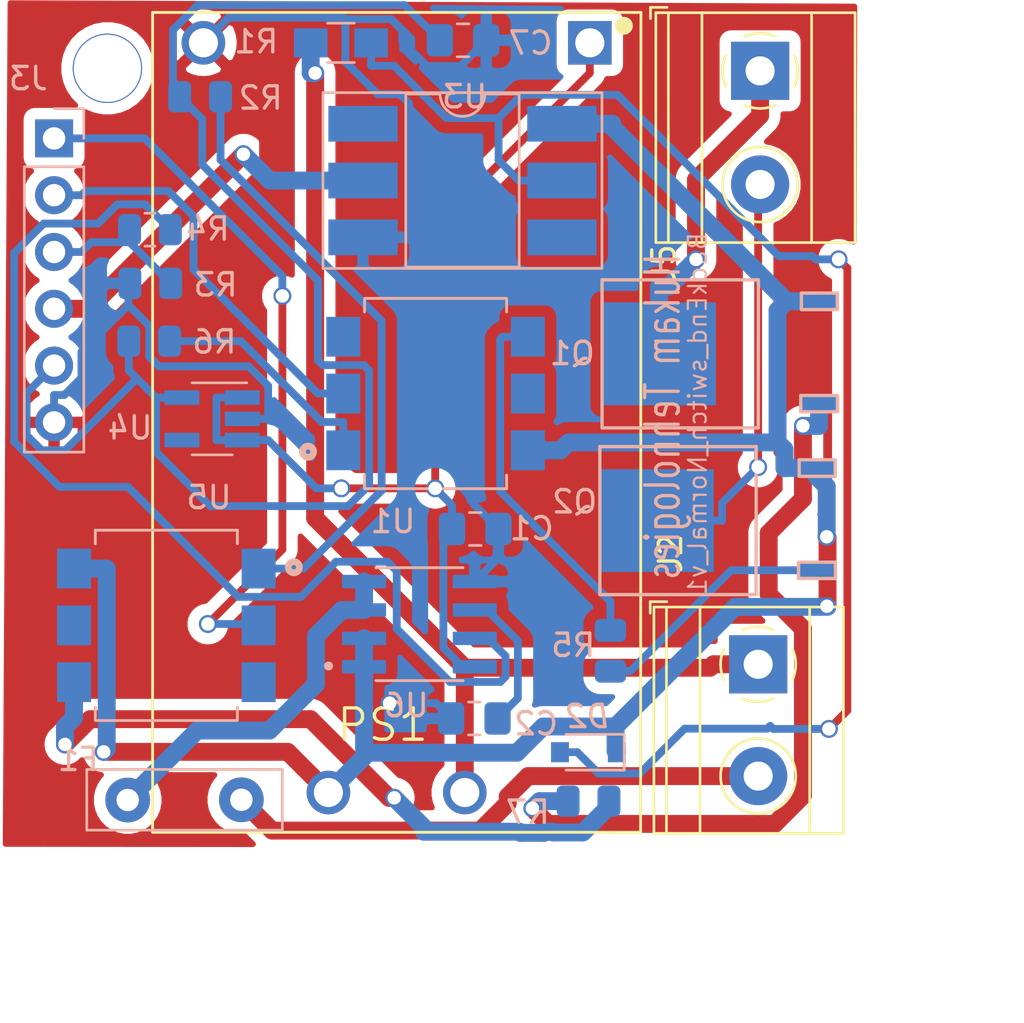
<source format=kicad_pcb>
(kicad_pcb (version 20171130) (host pcbnew 5.1.7-a382d34a8~88~ubuntu18.04.1)

  (general
    (thickness 1.6)
    (drawings 19)
    (tracks 292)
    (zones 0)
    (modules 24)
    (nets 30)
  )

  (page A4)
  (layers
    (0 F.Cu signal)
    (31 B.Cu signal)
    (32 B.Adhes user)
    (33 F.Adhes user)
    (34 B.Paste user)
    (35 F.Paste user)
    (36 B.SilkS user)
    (37 F.SilkS user)
    (38 B.Mask user)
    (39 F.Mask user)
    (40 Dwgs.User user)
    (41 Cmts.User user)
    (42 Eco1.User user)
    (43 Eco2.User user)
    (44 Edge.Cuts user)
    (45 Margin user)
    (46 B.CrtYd user)
    (47 F.CrtYd user)
    (48 B.Fab user)
    (49 F.Fab user)
  )

  (setup
    (last_trace_width 0.35)
    (trace_clearance 0.2)
    (zone_clearance 0.508)
    (zone_45_only no)
    (trace_min 0.2)
    (via_size 0.8)
    (via_drill 0.6)
    (via_min_size 0.4)
    (via_min_drill 0.3)
    (user_via 0.65 0.5)
    (uvia_size 0.65)
    (uvia_drill 0.5)
    (uvias_allowed no)
    (uvia_min_size 0.2)
    (uvia_min_drill 0.1)
    (edge_width 0.1)
    (segment_width 0.2)
    (pcb_text_width 0.3)
    (pcb_text_size 1.5 1.5)
    (mod_edge_width 0.15)
    (mod_text_size 1 1)
    (mod_text_width 0.15)
    (pad_size 3.6 3.6)
    (pad_drill 3.5)
    (pad_to_mask_clearance 0)
    (aux_axis_origin 0 0)
    (visible_elements FFFFFF7F)
    (pcbplotparams
      (layerselection 0x331ff_ffffffff)
      (usegerberextensions true)
      (usegerberattributes false)
      (usegerberadvancedattributes false)
      (creategerberjobfile true)
      (excludeedgelayer true)
      (linewidth 0.100000)
      (plotframeref false)
      (viasonmask false)
      (mode 1)
      (useauxorigin false)
      (hpglpennumber 1)
      (hpglpenspeed 20)
      (hpglpendiameter 15.000000)
      (psnegative false)
      (psa4output false)
      (plotreference true)
      (plotvalue true)
      (plotinvisibletext false)
      (padsonsilk false)
      (subtractmaskfromsilk false)
      (outputformat 1)
      (mirror false)
      (drillshape 0)
      (scaleselection 1)
      (outputdirectory "BackEnd_switch_Normal_v1_Gerber/"))
  )

  (net 0 "")
  (net 1 /5V)
  (net 2 /GND)
  (net 3 /3.3V)
  (net 4 /Mains_Live_In)
  (net 5 "Net-(D2-Pad2)")
  (net 6 /Mains_Neutral)
  (net 7 "Net-(F1-Pad2)")
  (net 8 /Opto_In)
  (net 9 /DSW1)
  (net 10 /Out1)
  (net 11 "Net-(Q1-Pad3)")
  (net 12 "Net-(R2-Pad1)")
  (net 13 "Net-(R7-Pad2)")
  (net 14 /Mains_Live_Out)
  (net 15 "Net-(U3-Pad3)")
  (net 16 "Net-(U3-Pad6)")
  (net 17 "Net-(U4-Pad4)")
  (net 18 "Net-(U5-Pad3)")
  (net 19 "Net-(U5-Pad5)")
  (net 20 /Energy_toStm)
  (net 21 /Energy_frmSensor)
  (net 22 /DSW2)
  (net 23 /Out2)
  (net 24 "Net-(Q2-Pad3)")
  (net 25 "Net-(R5-Pad2)")
  (net 26 "Net-(R6-Pad1)")
  (net 27 "Net-(U1-Pad3)")
  (net 28 "Net-(U1-Pad5)")
  (net 29 "Net-(C2-Pad2)")

  (net_class Default "This is the default net class."
    (clearance 0.2)
    (trace_width 0.35)
    (via_dia 0.8)
    (via_drill 0.6)
    (uvia_dia 0.65)
    (uvia_drill 0.5)
    (diff_pair_width 0.3)
    (diff_pair_gap 0.25)
    (add_net /3.3V)
    (add_net /5V)
    (add_net /DSW1)
    (add_net /DSW2)
    (add_net /Energy_frmSensor)
    (add_net /Energy_toStm)
    (add_net /GND)
    (add_net /Out2)
    (add_net "Net-(C2-Pad2)")
    (add_net "Net-(D2-Pad2)")
    (add_net "Net-(Q2-Pad3)")
    (add_net "Net-(R2-Pad1)")
    (add_net "Net-(R5-Pad2)")
    (add_net "Net-(R6-Pad1)")
    (add_net "Net-(U1-Pad3)")
    (add_net "Net-(U1-Pad5)")
    (add_net "Net-(U3-Pad3)")
    (add_net "Net-(U3-Pad6)")
    (add_net "Net-(U4-Pad4)")
  )

  (net_class AC ""
    (clearance 0.3)
    (trace_width 0.8)
    (via_dia 0.8)
    (via_drill 0.6)
    (uvia_dia 0.65)
    (uvia_drill 0.5)
    (diff_pair_width 0.3)
    (diff_pair_gap 0.25)
    (add_net /Mains_Live_In)
    (add_net /Mains_Live_Out)
    (add_net /Mains_Neutral)
    (add_net /Opto_In)
    (add_net /Out1)
    (add_net "Net-(F1-Pad2)")
    (add_net "Net-(Q1-Pad3)")
    (add_net "Net-(R7-Pad2)")
    (add_net "Net-(U5-Pad3)")
    (add_net "Net-(U5-Pad5)")
  )

  (module Custom_Libraries:MountingHole_2.5mm (layer F.Cu) (tedit 611FEAEF) (tstamp 619515EC)
    (at 117.409 100.808)
    (descr "Mounting Hole 2.2mm, no annular, M2")
    (tags "mounting hole 2.2mm no annular m2")
    (fp_text reference M2 (at 0 -3.2) (layer F.SilkS) hide
      (effects (font (size 1 1) (thickness 0.15)))
    )
    (fp_text value MountingHole_2.1mm (at 0 3.2 unlocked) (layer F.Fab) hide
      (effects (font (size 1 1) (thickness 0.15)))
    )
    (fp_line (start -1.27 0) (end 1.27 0) (layer Dwgs.User) (width 0.05))
    (fp_line (start 0 1.27) (end 0 -1.27) (layer Dwgs.User) (width 0.05))
    (pad "" thru_hole circle (at 0 0) (size 3.1 3.1) (drill 3) (layers *.Cu *.Mask))
  )

  (module Custom_Libraries:ACS712_20 (layer B.Cu) (tedit 6194DE58) (tstamp 619510DF)
    (at 131.356 125.666)
    (path /61951B2A)
    (fp_text reference U6 (at -0.595 3.637) (layer B.SilkS)
      (effects (font (size 1 1) (thickness 0.15)) (justify mirror))
    )
    (fp_text value ACS712-20 (at 7.66 -3.637) (layer B.Fab) hide
      (effects (font (size 1 1) (thickness 0.15)) (justify mirror))
    )
    (fp_circle (center -4.064 1.87) (end -3.964 1.87) (layer B.SilkS) (width 0.2))
    (fp_circle (center -4.064 1.87) (end -3.964 1.87) (layer B.Fab) (width 0.2))
    (fp_line (start -1.95 2.45) (end 1.95 2.45) (layer B.Fab) (width 0.127))
    (fp_line (start -1.95 -2.45) (end 1.95 -2.45) (layer B.Fab) (width 0.127))
    (fp_line (start -1.95 2.525) (end 1.95 2.525) (layer B.SilkS) (width 0.127))
    (fp_line (start -1.95 -2.525) (end 1.95 -2.525) (layer B.SilkS) (width 0.127))
    (fp_line (start -1.95 2.45) (end -1.95 -2.45) (layer B.Fab) (width 0.127))
    (fp_line (start 1.95 2.45) (end 1.95 -2.45) (layer B.Fab) (width 0.127))
    (fp_line (start -3.71 2.75) (end 3.71 2.75) (layer B.CrtYd) (width 0.05))
    (fp_line (start -3.71 -2.75) (end 3.71 -2.75) (layer B.CrtYd) (width 0.05))
    (fp_line (start -3.71 2.75) (end -3.71 -2.75) (layer B.CrtYd) (width 0.05))
    (fp_line (start 3.71 2.75) (end 3.71 -2.75) (layer B.CrtYd) (width 0.05))
    (pad 8 smd roundrect (at 2.475 1.905) (size 1.97 0.6) (layers B.Cu B.Paste B.Mask) (roundrect_rratio 0.07000000000000001)
      (net 1 /5V))
    (pad 7 smd roundrect (at 2.475 0.635) (size 1.97 0.6) (layers B.Cu B.Paste B.Mask) (roundrect_rratio 0.07000000000000001)
      (net 21 /Energy_frmSensor))
    (pad 6 smd roundrect (at 2.475 -0.635) (size 1.97 0.6) (layers B.Cu B.Paste B.Mask) (roundrect_rratio 0.07000000000000001)
      (net 29 "Net-(C2-Pad2)"))
    (pad 5 smd roundrect (at 2.475 -1.905) (size 1.97 0.6) (layers B.Cu B.Paste B.Mask) (roundrect_rratio 0.07000000000000001)
      (net 2 /GND))
    (pad 4 smd roundrect (at -2.475 -1.905) (size 1.97 0.6) (layers B.Cu B.Paste B.Mask) (roundrect_rratio 0.07000000000000001)
      (net 7 "Net-(F1-Pad2)"))
    (pad 3 smd roundrect (at -2.475 -0.635) (size 1.97 0.6) (layers B.Cu B.Paste B.Mask) (roundrect_rratio 0.07000000000000001)
      (net 7 "Net-(F1-Pad2)"))
    (pad 2 smd roundrect (at -2.475 0.635) (size 1.97 0.6) (layers B.Cu B.Paste B.Mask) (roundrect_rratio 0.07000000000000001)
      (net 14 /Mains_Live_Out))
    (pad 1 smd roundrect (at -2.475 1.905) (size 1.97 0.6) (layers B.Cu B.Paste B.Mask) (roundrect_rratio 0.07000000000000001)
      (net 14 /Mains_Live_Out))
  )

  (module Capacitors_SMD:C_0805_2012Metric_Pad1.18x1.45mm_HandSolder (layer B.Cu) (tedit 5F68FEEF) (tstamp 5F7973C1)
    (at 133.304 99.5553 180)
    (descr "Capacitor SMD 0805 (2012 Metric), square (rectangular) end terminal, IPC_7351 nominal with elongated pad for handsoldering. (Body size source: IPC-SM-782 page 76, https://www.pcb-3d.com/wordpress/wp-content/uploads/ipc-sm-782a_amendment_1_and_2.pdf, https://docs.google.com/spreadsheets/d/1BsfQQcO9C6DZCsRaXUlFlo91Tg2WpOkGARC1WS5S8t0/edit?usp=sharing), generated with kicad-footprint-generator")
    (tags "capacitor handsolder")
    (path /5FB031C3)
    (attr smd)
    (fp_text reference C7 (at -3.0178 -0.12446) (layer B.SilkS)
      (effects (font (size 1 1) (thickness 0.15)) (justify mirror))
    )
    (fp_text value 2.2uf (at 0 -1.68) (layer B.Fab) hide
      (effects (font (size 1 1) (thickness 0.15)) (justify mirror))
    )
    (fp_line (start -1 -0.625) (end -1 0.625) (layer B.Fab) (width 0.1))
    (fp_line (start -1 0.625) (end 1 0.625) (layer B.Fab) (width 0.1))
    (fp_line (start 1 0.625) (end 1 -0.625) (layer B.Fab) (width 0.1))
    (fp_line (start 1 -0.625) (end -1 -0.625) (layer B.Fab) (width 0.1))
    (fp_line (start -0.261252 0.735) (end 0.261252 0.735) (layer B.SilkS) (width 0.12))
    (fp_line (start -0.261252 -0.735) (end 0.261252 -0.735) (layer B.SilkS) (width 0.12))
    (fp_line (start -1.88 -0.98) (end -1.88 0.98) (layer B.CrtYd) (width 0.05))
    (fp_line (start -1.88 0.98) (end 1.88 0.98) (layer B.CrtYd) (width 0.05))
    (fp_line (start 1.88 0.98) (end 1.88 -0.98) (layer B.CrtYd) (width 0.05))
    (fp_line (start 1.88 -0.98) (end -1.88 -0.98) (layer B.CrtYd) (width 0.05))
    (fp_text user %R (at 0 0) (layer B.Fab) hide
      (effects (font (size 0.5 0.5) (thickness 0.08)) (justify mirror))
    )
    (pad 2 smd roundrect (at 1.0375 0 180) (size 1.175 1.45) (layers B.Cu B.Paste B.Mask) (roundrect_rratio 0.2127659574468085)
      (net 3 /3.3V))
    (pad 1 smd roundrect (at -1.0375 0 180) (size 1.175 1.45) (layers B.Cu B.Paste B.Mask) (roundrect_rratio 0.2127659574468085)
      (net 2 /GND))
    (model ${KISYS3DMOD}/Capacitor_SMD.3dshapes/C_0805_2012Metric.wrl
      (at (xyz 0 0 0))
      (scale (xyz 1 1 1))
      (rotate (xyz 0 0 0))
    )
  )

  (module Capacitors_SMD:C_0805_2012Metric_Pad1.18x1.45mm_HandSolder (layer B.Cu) (tedit 5F68FEEF) (tstamp 61950D11)
    (at 133.81 129.883)
    (descr "Capacitor SMD 0805 (2012 Metric), square (rectangular) end terminal, IPC_7351 nominal with elongated pad for handsoldering. (Body size source: IPC-SM-782 page 76, https://www.pcb-3d.com/wordpress/wp-content/uploads/ipc-sm-782a_amendment_1_and_2.pdf, https://docs.google.com/spreadsheets/d/1BsfQQcO9C6DZCsRaXUlFlo91Tg2WpOkGARC1WS5S8t0/edit?usp=sharing), generated with kicad-footprint-generator")
    (tags "capacitor handsolder")
    (path /619942FF)
    (attr smd)
    (fp_text reference C2 (at 2.75844 0.23104) (layer B.SilkS)
      (effects (font (size 1 1) (thickness 0.15)) (justify mirror))
    )
    (fp_text value 1nf (at 0 -1.68) (layer B.Fab) hide
      (effects (font (size 1 1) (thickness 0.15)) (justify mirror))
    )
    (fp_line (start -1 -0.625) (end -1 0.625) (layer B.Fab) (width 0.1))
    (fp_line (start -1 0.625) (end 1 0.625) (layer B.Fab) (width 0.1))
    (fp_line (start 1 0.625) (end 1 -0.625) (layer B.Fab) (width 0.1))
    (fp_line (start 1 -0.625) (end -1 -0.625) (layer B.Fab) (width 0.1))
    (fp_line (start -0.261252 0.735) (end 0.261252 0.735) (layer B.SilkS) (width 0.12))
    (fp_line (start -0.261252 -0.735) (end 0.261252 -0.735) (layer B.SilkS) (width 0.12))
    (fp_line (start -1.88 -0.98) (end -1.88 0.98) (layer B.CrtYd) (width 0.05))
    (fp_line (start -1.88 0.98) (end 1.88 0.98) (layer B.CrtYd) (width 0.05))
    (fp_line (start 1.88 0.98) (end 1.88 -0.98) (layer B.CrtYd) (width 0.05))
    (fp_line (start 1.88 -0.98) (end -1.88 -0.98) (layer B.CrtYd) (width 0.05))
    (fp_text user %R (at 0 0) (layer B.Fab) hide
      (effects (font (size 0.5 0.5) (thickness 0.08)) (justify mirror))
    )
    (pad 2 smd roundrect (at 1.0375 0) (size 1.175 1.45) (layers B.Cu B.Paste B.Mask) (roundrect_rratio 0.2127659574468085)
      (net 29 "Net-(C2-Pad2)"))
    (pad 1 smd roundrect (at -1.0375 0) (size 1.175 1.45) (layers B.Cu B.Paste B.Mask) (roundrect_rratio 0.2127659574468085)
      (net 2 /GND))
    (model ${KISYS3DMOD}/Capacitor_SMD.3dshapes/C_0805_2012Metric.wrl
      (at (xyz 0 0 0))
      (scale (xyz 1 1 1))
      (rotate (xyz 0 0 0))
    )
  )

  (module Capacitors_SMD:C_0805_2012Metric_Pad1.18x1.45mm_HandSolder (layer B.Cu) (tedit 5F68FEEF) (tstamp 61950D00)
    (at 133.85 121.409)
    (descr "Capacitor SMD 0805 (2012 Metric), square (rectangular) end terminal, IPC_7351 nominal with elongated pad for handsoldering. (Body size source: IPC-SM-782 page 76, https://www.pcb-3d.com/wordpress/wp-content/uploads/ipc-sm-782a_amendment_1_and_2.pdf, https://docs.google.com/spreadsheets/d/1BsfQQcO9C6DZCsRaXUlFlo91Tg2WpOkGARC1WS5S8t0/edit?usp=sharing), generated with kicad-footprint-generator")
    (tags "capacitor handsolder")
    (path /61990E42)
    (attr smd)
    (fp_text reference C1 (at 2.5273 -0.01524) (layer B.SilkS)
      (effects (font (size 1 1) (thickness 0.15)) (justify mirror))
    )
    (fp_text value 100nf (at 0 -1.68) (layer B.Fab) hide
      (effects (font (size 1 1) (thickness 0.15)) (justify mirror))
    )
    (fp_line (start -1 -0.625) (end -1 0.625) (layer B.Fab) (width 0.1))
    (fp_line (start -1 0.625) (end 1 0.625) (layer B.Fab) (width 0.1))
    (fp_line (start 1 0.625) (end 1 -0.625) (layer B.Fab) (width 0.1))
    (fp_line (start 1 -0.625) (end -1 -0.625) (layer B.Fab) (width 0.1))
    (fp_line (start -0.261252 0.735) (end 0.261252 0.735) (layer B.SilkS) (width 0.12))
    (fp_line (start -0.261252 -0.735) (end 0.261252 -0.735) (layer B.SilkS) (width 0.12))
    (fp_line (start -1.88 -0.98) (end -1.88 0.98) (layer B.CrtYd) (width 0.05))
    (fp_line (start -1.88 0.98) (end 1.88 0.98) (layer B.CrtYd) (width 0.05))
    (fp_line (start 1.88 0.98) (end 1.88 -0.98) (layer B.CrtYd) (width 0.05))
    (fp_line (start 1.88 -0.98) (end -1.88 -0.98) (layer B.CrtYd) (width 0.05))
    (fp_text user %R (at 0 0) (layer B.Fab) hide
      (effects (font (size 0.5 0.5) (thickness 0.08)) (justify mirror))
    )
    (pad 2 smd roundrect (at 1.0375 0) (size 1.175 1.45) (layers B.Cu B.Paste B.Mask) (roundrect_rratio 0.2127659574468085)
      (net 2 /GND))
    (pad 1 smd roundrect (at -1.0375 0) (size 1.175 1.45) (layers B.Cu B.Paste B.Mask) (roundrect_rratio 0.2127659574468085)
      (net 1 /5V))
    (model ${KISYS3DMOD}/Capacitor_SMD.3dshapes/C_0805_2012Metric.wrl
      (at (xyz 0 0 0))
      (scale (xyz 1 1 1))
      (rotate (xyz 0 0 0))
    )
  )

  (module Pin_Headers:PinHeader_1x06_P2.54mm_Vertical (layer B.Cu) (tedit 6169329C) (tstamp 61694D81)
    (at 115.024 103.942 180)
    (descr "Through hole straight pin header, 1x06, 2.54mm pitch, single row")
    (tags "Through hole pin header THT 1x06 2.54mm single row")
    (path /6111B526)
    (fp_text reference J3 (at 1.15316 2.67716) (layer B.SilkS)
      (effects (font (size 1 1) (thickness 0.15)) (justify mirror))
    )
    (fp_text value Conn_01x06_Female (at 0 -15.03 180) (layer B.Fab) hide
      (effects (font (size 1 1) (thickness 0.15)) (justify mirror))
    )
    (fp_line (start 1.524 1.524) (end -1.524 1.524) (layer B.CrtYd) (width 0.05))
    (fp_line (start 1.524 -14.224) (end 1.524 1.524) (layer B.CrtYd) (width 0.05))
    (fp_line (start -1.524 -14.224) (end 1.524 -14.224) (layer B.CrtYd) (width 0.05))
    (fp_line (start -1.524 1.524) (end -1.524 -14.224) (layer B.CrtYd) (width 0.05))
    (fp_line (start -1.33 1.33) (end 0 1.33) (layer B.SilkS) (width 0.12))
    (fp_line (start -1.33 0) (end -1.33 1.33) (layer B.SilkS) (width 0.12))
    (fp_line (start -1.33 -1.27) (end 1.33 -1.27) (layer B.SilkS) (width 0.12))
    (fp_line (start 1.33 -1.27) (end 1.33 -14.03) (layer B.SilkS) (width 0.12))
    (fp_line (start -1.33 -1.27) (end -1.33 -14.03) (layer B.SilkS) (width 0.12))
    (fp_line (start -1.33 -14.03) (end 1.33 -14.03) (layer B.SilkS) (width 0.12))
    (fp_line (start -1.27 0.635) (end -0.635 1.27) (layer B.Fab) (width 0.1))
    (fp_line (start -1.27 -13.97) (end -1.27 0.635) (layer B.Fab) (width 0.1))
    (fp_line (start 1.27 -13.97) (end -1.27 -13.97) (layer B.Fab) (width 0.1))
    (fp_line (start 1.27 1.27) (end 1.27 -13.97) (layer B.Fab) (width 0.1))
    (fp_line (start -0.635 1.27) (end 1.27 1.27) (layer B.Fab) (width 0.1))
    (fp_text user %R (at 0 -6.35 90) (layer B.Fab) hide
      (effects (font (size 1 1) (thickness 0.15)) (justify mirror))
    )
    (pad 6 thru_hole oval (at 0 -12.7 180) (size 1.7 1.7) (drill 1) (layers *.Cu *.Mask)
      (net 2 /GND))
    (pad 5 thru_hole oval (at 0 -10.16 180) (size 1.7 1.7) (drill 1) (layers *.Cu *.Mask)
      (net 3 /3.3V))
    (pad 4 thru_hole oval (at 0 -7.62 180) (size 1.7 1.7) (drill 1) (layers *.Cu *.Mask)
      (net 8 /Opto_In))
    (pad 3 thru_hole oval (at 0 -5.08 180) (size 1.7 1.7) (drill 1) (layers *.Cu *.Mask)
      (net 20 /Energy_toStm))
    (pad 2 thru_hole oval (at 0 -2.54 180) (size 1.7 1.7) (drill 1) (layers *.Cu *.Mask)
      (net 22 /DSW2))
    (pad 1 thru_hole rect (at 0 0 180) (size 1.7 1.7) (drill 1) (layers *.Cu *.Mask)
      (net 9 /DSW1))
    (model ${KISYS3DMOD}/Connector_PinHeader_2.54mm.3dshapes/PinHeader_1x06_P2.54mm_Vertical.wrl
      (at (xyz 0 0 0))
      (scale (xyz 1 1 1))
      (rotate (xyz 0 0 0))
    )
  )

  (module Custom_Libraries:277 (layer F.Cu) (tedit 61692831) (tstamp 616944BB)
    (at 130.335 123.543 270)
    (path /60F8ACFB)
    (fp_text reference PS1 (at 6.62686 0.62484 180) (layer F.SilkS)
      (effects (font (size 1.4 1.4) (thickness 0.15)))
    )
    (fp_text value HLK-PM01 (at -2.1336 8.51662 90) (layer F.Fab) hide
      (effects (font (size 1.4 1.4) (thickness 0.15)))
    )
    (fp_line (start -25.234 10.906) (end -25.234 -10.922) (layer F.Fab) (width 0.127))
    (fp_line (start -25.234 -10.922) (end 11.43 -10.906) (layer F.Fab) (width 0.127))
    (fp_line (start 11.43 -10.906) (end 11.43 10.906) (layer F.Fab) (width 0.127))
    (fp_line (start 11.43 10.906) (end -25.234 10.906) (layer F.Fab) (width 0.127))
    (fp_line (start -25.234 10.906) (end -25.234 -10.922) (layer F.SilkS) (width 0.127))
    (fp_line (start -25.234 -10.922) (end 11.43 -10.906) (layer F.SilkS) (width 0.127))
    (fp_line (start 11.43 -10.906) (end 11.43 10.906) (layer F.SilkS) (width 0.127))
    (fp_line (start 11.43 10.906) (end -25.234 10.906) (layer F.SilkS) (width 0.127))
    (fp_line (start -25.484 11.156) (end -25.484 -11.176) (layer F.CrtYd) (width 0.05))
    (fp_line (start -25.484 -11.176) (end 11.684 -11.156) (layer F.CrtYd) (width 0.05))
    (fp_line (start 11.684 -11.156) (end 11.684 11.156) (layer F.CrtYd) (width 0.05))
    (fp_line (start 11.684 11.176) (end -25.484 11.156) (layer F.CrtYd) (width 0.05))
    (fp_circle (center -24.638 -10.16) (end -24.438 -10.16) (layer F.SilkS) (width 0.4))
    (fp_circle (center -24.638 -10.16) (end -24.438 -10.16) (layer F.Fab) (width 0.4))
    (pad 5 thru_hole rect (at -23.876 -8.636 270) (size 1.95 1.95) (drill 1.3) (layers *.Cu *.Mask)
      (net 1 /5V))
    (pad 2 thru_hole circle (at 9.652 3.048 270) (size 1.95 1.95) (drill 1.3) (layers *.Cu *.Mask)
      (net 14 /Mains_Live_Out))
    (pad 4 thru_hole circle (at -23.876 8.636 270) (size 1.95 1.95) (drill 1.3) (layers *.Cu *.Mask)
      (net 2 /GND))
    (pad 1 thru_hole circle (at 9.652 -3.048 270) (size 1.95 1.95) (drill 1.3) (layers *.Cu *.Mask)
      (net 6 /Mains_Neutral))
  )

  (module Custom_Libraries:OPTOCOUPLER_SMD (layer B.Cu) (tedit 61692312) (tstamp 5F7976B5)
    (at 120.043 125.72 180)
    (path /5F759D7C)
    (fp_text reference U5 (at -1.906583 5.719761) (layer B.SilkS)
      (effects (font (size 1.000834 1.000834) (thickness 0.15)) (justify mirror))
    )
    (fp_text value MOC3021 (at -1.83134 0.0635 270) (layer B.Fab) hide
      (effects (font (size 1.001882 1.001882) (thickness 0.15)) (justify mirror))
    )
    (fp_line (start 3.175 4.255) (end 3.175 -4.255) (layer B.Fab) (width 0.127))
    (fp_line (start 3.175 -4.255) (end -3.175 -4.255) (layer B.Fab) (width 0.127))
    (fp_line (start -3.175 -4.255) (end -3.175 4.255) (layer B.Fab) (width 0.127))
    (fp_line (start -3.175 4.255) (end 3.175 4.255) (layer B.Fab) (width 0.127))
    (fp_line (start 3.175 3.65) (end 3.175 4.255) (layer B.SilkS) (width 0.127))
    (fp_line (start 3.175 4.255) (end -3.175 4.255) (layer B.SilkS) (width 0.127))
    (fp_line (start -3.175 4.255) (end -3.175 3.65) (layer B.SilkS) (width 0.127))
    (fp_line (start 3.175 -4.25) (end 3.175 -3.65) (layer B.SilkS) (width 0.127))
    (fp_line (start -3.175 -4.25) (end -3.175 -3.65) (layer B.SilkS) (width 0.127))
    (fp_line (start -3.15 -4.255) (end 3.15 -4.255) (layer B.SilkS) (width 0.127))
    (fp_circle (center -5.7 2.6) (end -5.6 2.6) (layer B.SilkS) (width 0.3))
    (fp_line (start 5.135 4.505) (end 5.135 -4.505) (layer B.CrtYd) (width 0.05))
    (fp_line (start 5.135 -4.505) (end -5.135 -4.505) (layer B.CrtYd) (width 0.05))
    (fp_line (start -5.135 -4.505) (end -5.135 4.505) (layer B.CrtYd) (width 0.05))
    (fp_line (start -5.135 4.505) (end 5.135 4.505) (layer B.CrtYd) (width 0.05))
    (fp_circle (center -2.398 3.235) (end -2.298 3.235) (layer B.Fab) (width 0.3))
    (pad 3 smd rect (at -4.125 -2.54 180) (size 1.52 1.78) (layers B.Cu B.Paste B.Mask)
      (net 18 "Net-(U5-Pad3)"))
    (pad 1 smd rect (at -4.125 2.54 180) (size 1.52 1.78) (layers B.Cu B.Paste B.Mask)
      (net 12 "Net-(R2-Pad1)"))
    (pad 2 smd rect (at -4.125 0 180) (size 1.52 1.78) (layers B.Cu B.Paste B.Mask)
      (net 9 /DSW1))
    (pad 4 smd rect (at 4.125 -2.54 180) (size 1.52 1.78) (layers B.Cu B.Paste B.Mask)
      (net 13 "Net-(R7-Pad2)"))
    (pad 6 smd rect (at 4.125 2.54 180) (size 1.52 1.78) (layers B.Cu B.Paste B.Mask)
      (net 14 /Mains_Live_Out))
    (pad 5 smd rect (at 4.125 0 180) (size 1.52 1.78) (layers B.Cu B.Paste B.Mask)
      (net 19 "Net-(U5-Pad5)"))
  )

  (module Custom_Libraries:OPTOCOUPLER_SMD (layer B.Cu) (tedit 61692312) (tstamp 61692F23)
    (at 132.077 115.352)
    (path /6169FE6B)
    (attr smd)
    (fp_text reference U1 (at -1.906583 5.719761) (layer B.SilkS)
      (effects (font (size 1.000834 1.000834) (thickness 0.15)) (justify mirror))
    )
    (fp_text value MOC3021 (at 8.270561 -5.725736) (layer B.Fab) hide
      (effects (font (size 1.001882 1.001882) (thickness 0.15)) (justify mirror))
    )
    (fp_line (start 3.175 4.255) (end 3.175 -4.255) (layer B.Fab) (width 0.127))
    (fp_line (start 3.175 -4.255) (end -3.175 -4.255) (layer B.Fab) (width 0.127))
    (fp_line (start -3.175 -4.255) (end -3.175 4.255) (layer B.Fab) (width 0.127))
    (fp_line (start -3.175 4.255) (end 3.175 4.255) (layer B.Fab) (width 0.127))
    (fp_line (start 3.175 3.65) (end 3.175 4.255) (layer B.SilkS) (width 0.127))
    (fp_line (start 3.175 4.255) (end -3.175 4.255) (layer B.SilkS) (width 0.127))
    (fp_line (start -3.175 4.255) (end -3.175 3.65) (layer B.SilkS) (width 0.127))
    (fp_line (start 3.175 -4.25) (end 3.175 -3.65) (layer B.SilkS) (width 0.127))
    (fp_line (start -3.175 -4.25) (end -3.175 -3.65) (layer B.SilkS) (width 0.127))
    (fp_line (start -3.15 -4.255) (end 3.15 -4.255) (layer B.SilkS) (width 0.127))
    (fp_circle (center -5.7 2.6) (end -5.6 2.6) (layer B.SilkS) (width 0.3))
    (fp_line (start 5.135 4.505) (end 5.135 -4.505) (layer B.CrtYd) (width 0.05))
    (fp_line (start 5.135 -4.505) (end -5.135 -4.505) (layer B.CrtYd) (width 0.05))
    (fp_line (start -5.135 -4.505) (end -5.135 4.505) (layer B.CrtYd) (width 0.05))
    (fp_line (start -5.135 4.505) (end 5.135 4.505) (layer B.CrtYd) (width 0.05))
    (fp_circle (center -2.398 3.235) (end -2.298 3.235) (layer B.Fab) (width 0.3))
    (pad 3 smd rect (at -4.125 -2.54) (size 1.52 1.78) (layers B.Cu B.Paste B.Mask)
      (net 27 "Net-(U1-Pad3)"))
    (pad 1 smd rect (at -4.125 2.54) (size 1.52 1.78) (layers B.Cu B.Paste B.Mask)
      (net 26 "Net-(R6-Pad1)"))
    (pad 2 smd rect (at -4.125 0) (size 1.52 1.78) (layers B.Cu B.Paste B.Mask)
      (net 22 /DSW2))
    (pad 4 smd rect (at 4.125 -2.54) (size 1.52 1.78) (layers B.Cu B.Paste B.Mask)
      (net 25 "Net-(R5-Pad2)"))
    (pad 6 smd rect (at 4.125 2.54) (size 1.52 1.78) (layers B.Cu B.Paste B.Mask)
      (net 14 /Mains_Live_Out))
    (pad 5 smd rect (at 4.125 0) (size 1.52 1.78) (layers B.Cu B.Paste B.Mask)
      (net 28 "Net-(U1-Pad5)"))
  )

  (module Resistors_SMD:R_0805_2012Metric (layer B.Cu) (tedit 614E2261) (tstamp 5F7975ED)
    (at 138.913 133.581)
    (descr "Resistor SMD 0805 (2012 Metric), square (rectangular) end terminal, IPC_7351 nominal, (Body size source: IPC-SM-782 page 72, https://www.pcb-3d.com/wordpress/wp-content/uploads/ipc-sm-782a_amendment_1_and_2.pdf), generated with kicad-footprint-generator")
    (tags resistor)
    (path /5F787825)
    (attr smd)
    (fp_text reference R7 (at -2.71526 0.49276) (layer B.SilkS)
      (effects (font (size 1 1) (thickness 0.15)) (justify mirror))
    )
    (fp_text value 470E (at 0 -1.65) (layer B.Fab) hide
      (effects (font (size 1 1) (thickness 0.15)) (justify mirror))
    )
    (fp_line (start 1.68 -0.95) (end -1.68 -0.95) (layer B.CrtYd) (width 0.05))
    (fp_line (start 1.68 0.95) (end 1.68 -0.95) (layer B.CrtYd) (width 0.05))
    (fp_line (start -1.68 0.95) (end 1.68 0.95) (layer B.CrtYd) (width 0.05))
    (fp_line (start -1.68 -0.95) (end -1.68 0.95) (layer B.CrtYd) (width 0.05))
    (fp_line (start 1 -0.625) (end -1 -0.625) (layer B.Fab) (width 0.1))
    (fp_line (start 1 0.625) (end 1 -0.625) (layer B.Fab) (width 0.1))
    (fp_line (start -1 0.625) (end 1 0.625) (layer B.Fab) (width 0.1))
    (fp_line (start -1 -0.625) (end -1 0.625) (layer B.Fab) (width 0.1))
    (fp_text user %R (at 0 0) (layer B.Fab)
      (effects (font (size 0.5 0.5) (thickness 0.08)) (justify mirror))
    )
    (pad 2 smd roundrect (at 0.9125 0) (size 1.025 1.4) (layers B.Cu B.Paste B.Mask) (roundrect_rratio 0.2439014634146341)
      (net 13 "Net-(R7-Pad2)"))
    (pad 1 smd roundrect (at -0.9125 0) (size 1.025 1.4) (layers B.Cu B.Paste B.Mask) (roundrect_rratio 0.2439014634146341)
      (net 11 "Net-(Q1-Pad3)"))
    (model ${KISYS3DMOD}/Resistor_SMD.3dshapes/R_0805_2012Metric.wrl
      (at (xyz 0 0 0))
      (scale (xyz 1 1 1))
      (rotate (xyz 0 0 0))
    )
  )

  (module Resistors_SMD:R_0805_2012Metric (layer B.Cu) (tedit 614E2261) (tstamp 61692E95)
    (at 119.276 113.01 180)
    (descr "Resistor SMD 0805 (2012 Metric), square (rectangular) end terminal, IPC_7351 nominal, (Body size source: IPC-SM-782 page 72, https://www.pcb-3d.com/wordpress/wp-content/uploads/ipc-sm-782a_amendment_1_and_2.pdf), generated with kicad-footprint-generator")
    (tags resistor)
    (path /616A000B)
    (attr smd)
    (fp_text reference R6 (at -2.91592 -0.03302) (layer B.SilkS)
      (effects (font (size 1 1) (thickness 0.15)) (justify mirror))
    )
    (fp_text value 100E (at 0 -1.65) (layer B.Fab) hide
      (effects (font (size 1 1) (thickness 0.15)) (justify mirror))
    )
    (fp_line (start 1.68 -0.95) (end -1.68 -0.95) (layer B.CrtYd) (width 0.05))
    (fp_line (start 1.68 0.95) (end 1.68 -0.95) (layer B.CrtYd) (width 0.05))
    (fp_line (start -1.68 0.95) (end 1.68 0.95) (layer B.CrtYd) (width 0.05))
    (fp_line (start -1.68 -0.95) (end -1.68 0.95) (layer B.CrtYd) (width 0.05))
    (fp_line (start 1 -0.625) (end -1 -0.625) (layer B.Fab) (width 0.1))
    (fp_line (start 1 0.625) (end 1 -0.625) (layer B.Fab) (width 0.1))
    (fp_line (start -1 0.625) (end 1 0.625) (layer B.Fab) (width 0.1))
    (fp_line (start -1 -0.625) (end -1 0.625) (layer B.Fab) (width 0.1))
    (fp_text user %R (at 0 0) (layer B.Fab) hide
      (effects (font (size 0.5 0.5) (thickness 0.08)) (justify mirror))
    )
    (pad 2 smd roundrect (at 0.9125 0 180) (size 1.025 1.4) (layers B.Cu B.Paste B.Mask) (roundrect_rratio 0.2439014634146341)
      (net 3 /3.3V))
    (pad 1 smd roundrect (at -0.9125 0 180) (size 1.025 1.4) (layers B.Cu B.Paste B.Mask) (roundrect_rratio 0.2439014634146341)
      (net 26 "Net-(R6-Pad1)"))
    (model ${KISYS3DMOD}/Resistor_SMD.3dshapes/R_0805_2012Metric.wrl
      (at (xyz 0 0 0))
      (scale (xyz 1 1 1))
      (rotate (xyz 0 0 0))
    )
  )

  (module Resistors_SMD:R_0805_2012Metric (layer B.Cu) (tedit 614E2261) (tstamp 61692E86)
    (at 139.893 126.857 90)
    (descr "Resistor SMD 0805 (2012 Metric), square (rectangular) end terminal, IPC_7351 nominal, (Body size source: IPC-SM-782 page 72, https://www.pcb-3d.com/wordpress/wp-content/uploads/ipc-sm-782a_amendment_1_and_2.pdf), generated with kicad-footprint-generator")
    (tags resistor)
    (path /616A0023)
    (attr smd)
    (fp_text reference R5 (at 0.24816 -1.66366 180) (layer B.SilkS)
      (effects (font (size 1 1) (thickness 0.15)) (justify mirror))
    )
    (fp_text value 470E (at 0 -1.65 90) (layer B.Fab) hide
      (effects (font (size 1 1) (thickness 0.15)) (justify mirror))
    )
    (fp_line (start 1.68 -0.95) (end -1.68 -0.95) (layer B.CrtYd) (width 0.05))
    (fp_line (start 1.68 0.95) (end 1.68 -0.95) (layer B.CrtYd) (width 0.05))
    (fp_line (start -1.68 0.95) (end 1.68 0.95) (layer B.CrtYd) (width 0.05))
    (fp_line (start -1.68 -0.95) (end -1.68 0.95) (layer B.CrtYd) (width 0.05))
    (fp_line (start 1 -0.625) (end -1 -0.625) (layer B.Fab) (width 0.1))
    (fp_line (start 1 0.625) (end 1 -0.625) (layer B.Fab) (width 0.1))
    (fp_line (start -1 0.625) (end 1 0.625) (layer B.Fab) (width 0.1))
    (fp_line (start -1 -0.625) (end -1 0.625) (layer B.Fab) (width 0.1))
    (fp_text user %R (at 0 0 90) (layer B.Fab) hide
      (effects (font (size 0.5 0.5) (thickness 0.08)) (justify mirror))
    )
    (pad 2 smd roundrect (at 0.9125 0 90) (size 1.025 1.4) (layers B.Cu B.Paste B.Mask) (roundrect_rratio 0.2439014634146341)
      (net 25 "Net-(R5-Pad2)"))
    (pad 1 smd roundrect (at -0.9125 0 90) (size 1.025 1.4) (layers B.Cu B.Paste B.Mask) (roundrect_rratio 0.2439014634146341)
      (net 24 "Net-(Q2-Pad3)"))
    (model ${KISYS3DMOD}/Resistor_SMD.3dshapes/R_0805_2012Metric.wrl
      (at (xyz 0 0 0))
      (scale (xyz 1 1 1))
      (rotate (xyz 0 0 0))
    )
  )

  (module Resistors_SMD:R_0805_2012Metric (layer B.Cu) (tedit 614E2261) (tstamp 5F797598)
    (at 121.554 102.08 180)
    (descr "Resistor SMD 0805 (2012 Metric), square (rectangular) end terminal, IPC_7351 nominal, (Body size source: IPC-SM-782 page 72, https://www.pcb-3d.com/wordpress/wp-content/uploads/ipc-sm-782a_amendment_1_and_2.pdf), generated with kicad-footprint-generator")
    (tags resistor)
    (path /5F76C623)
    (attr smd)
    (fp_text reference R2 (at -2.70256 -0.05334) (layer B.SilkS)
      (effects (font (size 1 1) (thickness 0.15)) (justify mirror))
    )
    (fp_text value 100E (at 0 -1.65) (layer B.Fab) hide
      (effects (font (size 1 1) (thickness 0.15)) (justify mirror))
    )
    (fp_line (start 1.68 -0.95) (end -1.68 -0.95) (layer B.CrtYd) (width 0.05))
    (fp_line (start 1.68 0.95) (end 1.68 -0.95) (layer B.CrtYd) (width 0.05))
    (fp_line (start -1.68 0.95) (end 1.68 0.95) (layer B.CrtYd) (width 0.05))
    (fp_line (start -1.68 -0.95) (end -1.68 0.95) (layer B.CrtYd) (width 0.05))
    (fp_line (start 1 -0.625) (end -1 -0.625) (layer B.Fab) (width 0.1))
    (fp_line (start 1 0.625) (end 1 -0.625) (layer B.Fab) (width 0.1))
    (fp_line (start -1 0.625) (end 1 0.625) (layer B.Fab) (width 0.1))
    (fp_line (start -1 -0.625) (end -1 0.625) (layer B.Fab) (width 0.1))
    (fp_text user %R (at 0 0) (layer B.Fab) hide
      (effects (font (size 0.5 0.5) (thickness 0.08)) (justify mirror))
    )
    (pad 2 smd roundrect (at 0.9125 0 180) (size 1.025 1.4) (layers B.Cu B.Paste B.Mask) (roundrect_rratio 0.2439014634146341)
      (net 3 /3.3V))
    (pad 1 smd roundrect (at -0.9125 0 180) (size 1.025 1.4) (layers B.Cu B.Paste B.Mask) (roundrect_rratio 0.2439014634146341)
      (net 12 "Net-(R2-Pad1)"))
    (model ${KISYS3DMOD}/Resistor_SMD.3dshapes/R_0805_2012Metric.wrl
      (at (xyz 0 0 0))
      (scale (xyz 1 1 1))
      (rotate (xyz 0 0 0))
    )
  )

  (module Custom_Libraries:BT136S (layer B.Cu) (tedit 5F4FDFA6) (tstamp 61692E2B)
    (at 142.88 120.975 270)
    (path /616A0019)
    (attr smd)
    (fp_text reference Q2 (at -0.78474 4.58716 180) (layer B.SilkS)
      (effects (font (size 1 1) (thickness 0.15)) (justify mirror))
    )
    (fp_text value BT136-500 (at -0.03 -8.3 90) (layer B.Fab) hide
      (effects (font (size 1 1) (thickness 0.15)) (justify mirror))
    )
    (fp_line (start -3.25 3.46) (end 3.37 3.46) (layer B.SilkS) (width 0.15))
    (fp_line (start 3.37 3.46) (end 3.37 -3.52) (layer B.SilkS) (width 0.15))
    (fp_line (start 3.37 -3.52) (end -3.25 -3.53) (layer B.SilkS) (width 0.15))
    (fp_line (start -3.25 -3.53) (end -3.25 3.46) (layer B.SilkS) (width 0.15))
    (fp_line (start -2.66 -5.45) (end -2.66 -7.06) (layer B.SilkS) (width 0.15))
    (fp_line (start -2.66 -7.06) (end -1.92 -7.06) (layer B.SilkS) (width 0.15))
    (fp_line (start -1.92 -7.06) (end -1.92 -5.45) (layer B.SilkS) (width 0.15))
    (fp_line (start -1.93 -5.45) (end -2.66 -5.45) (layer B.SilkS) (width 0.15))
    (fp_line (start 2.65 -5.42) (end 1.92 -5.42) (layer B.SilkS) (width 0.15))
    (fp_line (start 1.92 -5.43) (end 1.92 -7.04) (layer B.SilkS) (width 0.15))
    (fp_line (start 2.65 -5.42) (end 2.65 -7.03) (layer B.SilkS) (width 0.15))
    (fp_line (start 2.65 -7.07) (end 1.92 -7.07) (layer B.SilkS) (width 0.15))
    (pad 3 smd rect (at 2.28 -6.24 270) (size 0.6 1.5) (layers B.Cu B.Paste B.Mask)
      (net 24 "Net-(Q2-Pad3)"))
    (pad 2 smd rect (at -2.29 -6.24 270) (size 0.6 1.5) (layers B.Cu B.Paste B.Mask)
      (net 14 /Mains_Live_Out))
    (pad 1 smd rect (at 0.06 0.92 270) (size 4.6 5.1) (layers B.Cu B.Paste B.Mask)
      (net 23 /Out2))
  )

  (module Custom_Libraries:BT136S (layer B.Cu) (tedit 5F4FDFA6) (tstamp 5F797563)
    (at 142.979 113.518 270)
    (path /5F77F666)
    (fp_text reference Q1 (at 0.04032 4.79538) (layer B.SilkS)
      (effects (font (size 1 1) (thickness 0.15)) (justify mirror))
    )
    (fp_text value BT136-500 (at -0.03 -8.3 270) (layer B.Fab) hide
      (effects (font (size 1 1) (thickness 0.15)) (justify mirror))
    )
    (fp_line (start -3.25 3.46) (end 3.37 3.46) (layer B.SilkS) (width 0.15))
    (fp_line (start 3.37 3.46) (end 3.37 -3.52) (layer B.SilkS) (width 0.15))
    (fp_line (start 3.37 -3.52) (end -3.25 -3.53) (layer B.SilkS) (width 0.15))
    (fp_line (start -3.25 -3.53) (end -3.25 3.46) (layer B.SilkS) (width 0.15))
    (fp_line (start -2.66 -5.45) (end -2.66 -7.06) (layer B.SilkS) (width 0.15))
    (fp_line (start -2.66 -7.06) (end -1.92 -7.06) (layer B.SilkS) (width 0.15))
    (fp_line (start -1.92 -7.06) (end -1.92 -5.45) (layer B.SilkS) (width 0.15))
    (fp_line (start -1.93 -5.45) (end -2.66 -5.45) (layer B.SilkS) (width 0.15))
    (fp_line (start 2.65 -5.42) (end 1.92 -5.42) (layer B.SilkS) (width 0.15))
    (fp_line (start 1.92 -5.43) (end 1.92 -7.04) (layer B.SilkS) (width 0.15))
    (fp_line (start 2.65 -5.42) (end 2.65 -7.03) (layer B.SilkS) (width 0.15))
    (fp_line (start 2.65 -7.07) (end 1.92 -7.07) (layer B.SilkS) (width 0.15))
    (pad 3 smd rect (at 2.28 -6.24 270) (size 0.6 1.5) (layers B.Cu B.Paste B.Mask)
      (net 11 "Net-(Q1-Pad3)"))
    (pad 2 smd rect (at -2.29 -6.24 270) (size 0.6 1.5) (layers B.Cu B.Paste B.Mask)
      (net 14 /Mains_Live_Out))
    (pad 1 smd rect (at 0.06 0.92 270) (size 4.6 5.1) (layers B.Cu B.Paste B.Mask)
      (net 10 /Out1))
  )

  (module Resistors_SMD:R_0805_2012Metric (layer B.Cu) (tedit 614E2261) (tstamp 614E1E99)
    (at 119.325 110.424)
    (descr "Resistor SMD 0805 (2012 Metric), square (rectangular) end terminal, IPC_7351 nominal, (Body size source: IPC-SM-782 page 72, https://www.pcb-3d.com/wordpress/wp-content/uploads/ipc-sm-782a_amendment_1_and_2.pdf), generated with kicad-footprint-generator")
    (tags resistor)
    (path /614E1714)
    (attr smd)
    (fp_text reference R3 (at 2.91846 0.06604) (layer B.SilkS)
      (effects (font (size 1 1) (thickness 0.15)) (justify mirror))
    )
    (fp_text value 5K (at 0 -1.65) (layer B.Fab) hide
      (effects (font (size 1 1) (thickness 0.15)) (justify mirror))
    )
    (fp_line (start 1.68 -0.95) (end -1.68 -0.95) (layer B.CrtYd) (width 0.05))
    (fp_line (start 1.68 0.95) (end 1.68 -0.95) (layer B.CrtYd) (width 0.05))
    (fp_line (start -1.68 0.95) (end 1.68 0.95) (layer B.CrtYd) (width 0.05))
    (fp_line (start -1.68 -0.95) (end -1.68 0.95) (layer B.CrtYd) (width 0.05))
    (fp_line (start 1 -0.625) (end -1 -0.625) (layer B.Fab) (width 0.1))
    (fp_line (start 1 0.625) (end 1 -0.625) (layer B.Fab) (width 0.1))
    (fp_line (start -1 0.625) (end 1 0.625) (layer B.Fab) (width 0.1))
    (fp_line (start -1 -0.625) (end -1 0.625) (layer B.Fab) (width 0.1))
    (fp_text user %R (at 0 0) (layer B.Fab) hide
      (effects (font (size 0.5 0.5) (thickness 0.08)) (justify mirror))
    )
    (pad 2 smd roundrect (at 0.9125 0) (size 1.025 1.4) (layers B.Cu B.Paste B.Mask) (roundrect_rratio 0.2439014634146341)
      (net 20 /Energy_toStm))
    (pad 1 smd roundrect (at -0.9125 0) (size 1.025 1.4) (layers B.Cu B.Paste B.Mask) (roundrect_rratio 0.2439014634146341)
      (net 2 /GND))
    (model ${KISYS3DMOD}/Resistor_SMD.3dshapes/R_0805_2012Metric.wrl
      (at (xyz 0 0 0))
      (scale (xyz 1 1 1))
      (rotate (xyz 0 0 0))
    )
  )

  (module TerminalBlocks_Phoenix:TerminalBlock_Phoenix_MKDS-1,5-2-5.08_1x02_P5.08mm_Horizontal (layer F.Cu) (tedit 614E1FFA) (tstamp 614E0CE1)
    (at 146.583 100.922 270)
    (descr "Terminal Block Phoenix MKDS-1,5-2-5.08, 2 pins, pitch 5.08mm, size 10.2x9.8mm^2, drill diamater 1.3mm, pad diameter 2.6mm, see http://www.farnell.com/datasheets/100425.pdf, script-generated using https://github.com/pointhi/kicad-footprint-generator/scripts/TerminalBlock_Phoenix")
    (tags "THT Terminal Block Phoenix MKDS-1,5-2-5.08 pitch 5.08mm size 10.2x9.8mm^2 drill 1.3mm pad 2.6mm")
    (path /5F97D0BF)
    (fp_text reference J5 (at 8.62584 4.30044 90) (layer F.SilkS)
      (effects (font (size 1 1) (thickness 0.15)))
    )
    (fp_text value Screw_Terminal_01x02 (at 2.54 5.66 90) (layer F.Fab) hide
      (effects (font (size 1 1) (thickness 0.15)))
    )
    (fp_line (start 7.874 -4.318) (end -2.794 -4.318) (layer F.CrtYd) (width 0.05))
    (fp_line (start 7.874 4.826) (end 7.874 -4.318) (layer F.CrtYd) (width 0.05))
    (fp_line (start -2.794 4.826) (end 7.874 4.826) (layer F.CrtYd) (width 0.05))
    (fp_line (start -2.794 -4.318) (end -2.794 4.826) (layer F.CrtYd) (width 0.05))
    (fp_line (start -2.84 4.9) (end -2.34 4.9) (layer F.SilkS) (width 0.12))
    (fp_line (start -2.84 4.16) (end -2.84 4.9) (layer F.SilkS) (width 0.12))
    (fp_line (start 3.853 1.023) (end 3.806 1.069) (layer F.SilkS) (width 0.12))
    (fp_line (start 6.15 -1.275) (end 6.115 -1.239) (layer F.SilkS) (width 0.12))
    (fp_line (start 4.046 1.239) (end 4.011 1.274) (layer F.SilkS) (width 0.12))
    (fp_line (start 6.355 -1.069) (end 6.308 -1.023) (layer F.SilkS) (width 0.12))
    (fp_line (start 6.035 -1.138) (end 3.943 0.955) (layer F.Fab) (width 0.1))
    (fp_line (start 6.218 -0.955) (end 4.126 1.138) (layer F.Fab) (width 0.1))
    (fp_line (start 0.955 -1.138) (end -1.138 0.955) (layer F.Fab) (width 0.1))
    (fp_line (start 1.138 -0.955) (end -0.955 1.138) (layer F.Fab) (width 0.1))
    (fp_line (start 7.68 -4.245) (end 7.68 4.66) (layer F.SilkS) (width 0.12))
    (fp_line (start -2.6 -4.245) (end -2.6 4.66) (layer F.SilkS) (width 0.12))
    (fp_line (start -2.6 4.66) (end 7.68 4.66) (layer F.SilkS) (width 0.12))
    (fp_line (start -2.6 -4.245) (end 7.68 -4.245) (layer F.SilkS) (width 0.12))
    (fp_line (start -2.6 -2.301) (end 7.68 -2.301) (layer F.SilkS) (width 0.12))
    (fp_line (start -2.54 -2.3) (end 7.62 -2.3) (layer F.Fab) (width 0.1))
    (fp_line (start -2.6 2.6) (end 7.68 2.6) (layer F.SilkS) (width 0.12))
    (fp_line (start -2.54 2.6) (end 7.62 2.6) (layer F.Fab) (width 0.1))
    (fp_line (start -2.6 4.1) (end 7.68 4.1) (layer F.SilkS) (width 0.12))
    (fp_line (start -2.54 4.1) (end 7.62 4.1) (layer F.Fab) (width 0.1))
    (fp_line (start -2.54 4.1) (end -2.54 -4.184) (layer F.Fab) (width 0.1))
    (fp_line (start -2.04 4.6) (end -2.54 4.1) (layer F.Fab) (width 0.1))
    (fp_line (start 7.62 4.6) (end -2.04 4.6) (layer F.Fab) (width 0.1))
    (fp_line (start 7.62 -4.184) (end 7.62 4.6) (layer F.Fab) (width 0.1))
    (fp_line (start -2.54 -4.184) (end 7.62 -4.184) (layer F.Fab) (width 0.1))
    (fp_circle (center 5.08 0) (end 6.76 0) (layer F.SilkS) (width 0.12))
    (fp_circle (center 5.08 0) (end 6.58 0) (layer F.Fab) (width 0.1))
    (fp_circle (center 0 0) (end 1.5 0) (layer F.Fab) (width 0.1))
    (fp_arc (start 0 0) (end 0 1.68) (angle -24) (layer F.SilkS) (width 0.12))
    (fp_arc (start 0 0) (end 1.535 0.684) (angle -48) (layer F.SilkS) (width 0.12))
    (fp_arc (start 0 0) (end 0.684 -1.535) (angle -48) (layer F.SilkS) (width 0.12))
    (fp_arc (start 0 0) (end -1.535 -0.684) (angle -48) (layer F.SilkS) (width 0.12))
    (fp_arc (start 0 0) (end -0.684 1.535) (angle -25) (layer F.SilkS) (width 0.12))
    (fp_text user %R (at 2.54 3.2 90) (layer F.Fab) hide
      (effects (font (size 1 1) (thickness 0.15)))
    )
    (pad 1 thru_hole rect (at 0 0 270) (size 2.6 2.6) (drill 1.3) (layers *.Cu *.Mask)
      (net 10 /Out1))
    (pad 2 thru_hole circle (at 5.08 0 270) (size 2.6 2.6) (drill 1.3) (layers *.Cu *.Mask)
      (net 23 /Out2))
    (model ${KISYS3DMOD}/TerminalBlock_Phoenix.3dshapes/TerminalBlock_Phoenix_MKDS-1,5-2-5.08_1x02_P5.08mm_Horizontal.wrl
      (at (xyz 0 0 0))
      (scale (xyz 1 1 1))
      (rotate (xyz 0 0 0))
    )
  )

  (module TerminalBlocks_Phoenix:TerminalBlock_Phoenix_MKDS-1,5-2_1x02_P5.00mm_Horizontal (layer F.Cu) (tedit 614E21E4) (tstamp 614E0CB6)
    (at 146.497 127.46 270)
    (descr "Terminal Block Phoenix MKDS-1,5-2, 2 pins, pitch 5mm, size 10x9.8mm^2, drill diamater 1.3mm, pad diameter 2.6mm, see http://www.farnell.com/datasheets/100425.pdf, script-generated using https://github.com/pointhi/kicad-footprint-generator/scripts/TerminalBlock_Phoenix")
    (tags "THT Terminal Block Phoenix MKDS-1,5-2 pitch 5mm size 10x9.8mm^2 drill 1.3mm pad 2.6mm")
    (path /5F66980C)
    (fp_text reference J2 (at -4.95326 3.92426 90) (layer F.SilkS)
      (effects (font (size 1 1) (thickness 0.15)))
    )
    (fp_text value Screw_Terminal_01x02 (at 2.5 5.66 90) (layer F.Fab) hide
      (effects (font (size 1 1) (thickness 0.15)))
    )
    (fp_circle (center 0 0) (end 1.5 0) (layer F.Fab) (width 0.1))
    (fp_circle (center 5 0) (end 6.5 0) (layer F.Fab) (width 0.1))
    (fp_circle (center 5 0) (end 6.68 0) (layer F.SilkS) (width 0.12))
    (fp_line (start -2.5 -3.81) (end 7.5 -3.81) (layer F.Fab) (width 0.1))
    (fp_line (start 7.5 -3.81) (end 7.5 4.6) (layer F.Fab) (width 0.1))
    (fp_line (start 7.5 4.6) (end -2 4.6) (layer F.Fab) (width 0.1))
    (fp_line (start -2 4.6) (end -2.5 4.1) (layer F.Fab) (width 0.1))
    (fp_line (start -2.5 4.1) (end -2.5 -3.81) (layer F.Fab) (width 0.1))
    (fp_line (start -2.5 4.1) (end 7.5 4.1) (layer F.Fab) (width 0.1))
    (fp_line (start -2.56 4.1) (end 7.56 4.1) (layer F.SilkS) (width 0.12))
    (fp_line (start -2.5 2.6) (end 7.5 2.6) (layer F.Fab) (width 0.1))
    (fp_line (start -2.56 2.6) (end 7.56 2.6) (layer F.SilkS) (width 0.12))
    (fp_line (start -2.5 -2.3) (end 7.5 -2.3) (layer F.Fab) (width 0.1))
    (fp_line (start -2.56 -2.301) (end 7.56 -2.301) (layer F.SilkS) (width 0.12))
    (fp_line (start -2.56 -3.81) (end 7.56 -3.81) (layer F.SilkS) (width 0.12))
    (fp_line (start -2.56 4.66) (end 7.56 4.66) (layer F.SilkS) (width 0.12))
    (fp_line (start -2.56 -3.81) (end -2.56 4.66) (layer F.SilkS) (width 0.12))
    (fp_line (start 7.56 -3.81) (end 7.56 4.66) (layer F.SilkS) (width 0.12))
    (fp_line (start 1.138 -0.955) (end -0.955 1.138) (layer F.Fab) (width 0.1))
    (fp_line (start 0.955 -1.138) (end -1.138 0.955) (layer F.Fab) (width 0.1))
    (fp_line (start 6.138 -0.955) (end 4.046 1.138) (layer F.Fab) (width 0.1))
    (fp_line (start 5.955 -1.138) (end 3.863 0.955) (layer F.Fab) (width 0.1))
    (fp_line (start 6.275 -1.069) (end 6.228 -1.023) (layer F.SilkS) (width 0.12))
    (fp_line (start 3.966 1.239) (end 3.931 1.274) (layer F.SilkS) (width 0.12))
    (fp_line (start 6.07 -1.275) (end 6.035 -1.239) (layer F.SilkS) (width 0.12))
    (fp_line (start 3.773 1.023) (end 3.726 1.069) (layer F.SilkS) (width 0.12))
    (fp_line (start -2.8 4.086) (end -2.8 4.826) (layer F.SilkS) (width 0.12))
    (fp_line (start -2.8 4.826) (end -2.286 4.826) (layer F.SilkS) (width 0.12))
    (fp_line (start -2.794 -4.064) (end -2.794 4.826) (layer F.CrtYd) (width 0.05))
    (fp_line (start -2.794 4.826) (end 7.62 4.826) (layer F.CrtYd) (width 0.05))
    (fp_line (start 7.62 4.826) (end 7.62 -4.064) (layer F.CrtYd) (width 0.05))
    (fp_line (start 7.62 -4.064) (end -2.794 -4.064) (layer F.CrtYd) (width 0.05))
    (fp_arc (start 0 0) (end 0 1.68) (angle -24) (layer F.SilkS) (width 0.12))
    (fp_arc (start 0 0) (end 1.535 0.684) (angle -48) (layer F.SilkS) (width 0.12))
    (fp_arc (start 0 0) (end 0.684 -1.535) (angle -48) (layer F.SilkS) (width 0.12))
    (fp_arc (start 0 0) (end -1.535 -0.684) (angle -48) (layer F.SilkS) (width 0.12))
    (fp_arc (start 0 0) (end -0.684 1.535) (angle -25) (layer F.SilkS) (width 0.12))
    (fp_text user %R (at 2.5 3.2 90) (layer F.Fab) hide
      (effects (font (size 1 1) (thickness 0.15)))
    )
    (pad 1 thru_hole rect (at 0 0 270) (size 2.6 2.6) (drill 1.3) (layers *.Cu *.Mask)
      (net 6 /Mains_Neutral))
    (pad 2 thru_hole circle (at 5 0 270) (size 2.6 2.6) (drill 1.3) (layers *.Cu *.Mask)
      (net 4 /Mains_Live_In))
    (model ${KISYS3DMOD}/TerminalBlock_Phoenix.3dshapes/TerminalBlock_Phoenix_MKDS-1,5-2_1x02_P5.00mm_Horizontal.wrl
      (at (xyz 0 0 0))
      (scale (xyz 1 1 1))
      (rotate (xyz 0 0 0))
    )
  )

  (module Resistors_SMD:R_0805_2012Metric (layer B.Cu) (tedit 5F68FEEE) (tstamp 614E1EAA)
    (at 119.311 108.024)
    (descr "Resistor SMD 0805 (2012 Metric), square (rectangular) end terminal, IPC_7351 nominal, (Body size source: IPC-SM-782 page 72, https://www.pcb-3d.com/wordpress/wp-content/uploads/ipc-sm-782a_amendment_1_and_2.pdf), generated with kicad-footprint-generator")
    (tags resistor)
    (path /614E2D98)
    (attr smd)
    (fp_text reference R4 (at 2.58128 -0.03302) (layer B.SilkS)
      (effects (font (size 1 1) (thickness 0.15)) (justify mirror))
    )
    (fp_text value 5K (at 0 -1.65) (layer B.Fab) hide
      (effects (font (size 1 1) (thickness 0.15)) (justify mirror))
    )
    (fp_line (start -1 -0.625) (end -1 0.625) (layer B.Fab) (width 0.1))
    (fp_line (start -1 0.625) (end 1 0.625) (layer B.Fab) (width 0.1))
    (fp_line (start 1 0.625) (end 1 -0.625) (layer B.Fab) (width 0.1))
    (fp_line (start 1 -0.625) (end -1 -0.625) (layer B.Fab) (width 0.1))
    (fp_line (start -0.227064 0.735) (end 0.227064 0.735) (layer B.SilkS) (width 0.12))
    (fp_line (start -0.227064 -0.735) (end 0.227064 -0.735) (layer B.SilkS) (width 0.12))
    (fp_line (start -1.68 -0.95) (end -1.68 0.95) (layer B.CrtYd) (width 0.05))
    (fp_line (start -1.68 0.95) (end 1.68 0.95) (layer B.CrtYd) (width 0.05))
    (fp_line (start 1.68 0.95) (end 1.68 -0.95) (layer B.CrtYd) (width 0.05))
    (fp_line (start 1.68 -0.95) (end -1.68 -0.95) (layer B.CrtYd) (width 0.05))
    (fp_text user %R (at 0 0) (layer B.Fab) hide
      (effects (font (size 0.5 0.5) (thickness 0.08)) (justify mirror))
    )
    (pad 2 smd roundrect (at 0.9125 0) (size 1.025 1.4) (layers B.Cu B.Paste B.Mask) (roundrect_rratio 0.2439014634146341)
      (net 21 /Energy_frmSensor))
    (pad 1 smd roundrect (at -0.9125 0) (size 1.025 1.4) (layers B.Cu B.Paste B.Mask) (roundrect_rratio 0.2439014634146341)
      (net 20 /Energy_toStm))
    (model ${KISYS3DMOD}/Resistor_SMD.3dshapes/R_0805_2012Metric.wrl
      (at (xyz 0 0 0))
      (scale (xyz 1 1 1))
      (rotate (xyz 0 0 0))
    )
  )

  (module Fuse_Holders_and_Fuses:Fuse_TE5_Littlefuse-395Series (layer B.Cu) (tedit 611BB266) (tstamp 5F7974DA)
    (at 123.396 133.52 180)
    (descr "Fuse, TE5, Littlefuse/Wickmann, No. 460, No560,")
    (tags "Fuse TE5 Littlefuse/Wickmann No. 460 No560 ")
    (path /5F656F09)
    (fp_text reference F1 (at 7.2926 1.8083 180) (layer B.SilkS)
      (effects (font (size 1 1) (thickness 0.15)) (justify mirror))
    )
    (fp_text value Fuse_Small (at 2.35 -2.338 180) (layer B.Fab) hide
      (effects (font (size 1 1) (thickness 0.15)) (justify mirror))
    )
    (fp_line (start -1.71 -1.238) (end 6.79 -1.238) (layer B.Fab) (width 0.1))
    (fp_line (start 6.79 -1.238) (end 6.79 1.238) (layer B.Fab) (width 0.1))
    (fp_line (start 6.79 1.238) (end -1.71 1.238) (layer B.Fab) (width 0.1))
    (fp_line (start -1.71 1.238) (end -1.71 -1.238) (layer B.Fab) (width 0.1))
    (fp_line (start -1.96 1.488) (end 7.04 1.488) (layer B.CrtYd) (width 0.05))
    (fp_line (start -1.96 1.488) (end -1.96 -1.488) (layer B.CrtYd) (width 0.05))
    (fp_line (start 7.04 -1.488) (end 7.04 1.488) (layer B.CrtYd) (width 0.05))
    (fp_line (start 7.04 -1.488) (end -1.96 -1.488) (layer B.CrtYd) (width 0.05))
    (fp_line (start -1.83 1.358) (end 6.91 1.358) (layer B.SilkS) (width 0.12))
    (fp_line (start -1.83 1.358) (end -1.83 -1.358) (layer B.SilkS) (width 0.12))
    (fp_line (start 6.91 -1.358) (end 6.91 1.358) (layer B.SilkS) (width 0.12))
    (fp_line (start 6.91 -1.358) (end -1.83 -1.358) (layer B.SilkS) (width 0.12))
    (pad 2 thru_hole circle (at 5.08 -0.01 180) (size 2 2) (drill 1) (layers *.Cu *.Mask)
      (net 7 "Net-(F1-Pad2)"))
    (pad 1 thru_hole circle (at 0 0 180) (size 2 2) (drill 1) (layers *.Cu *.Mask)
      (net 4 /Mains_Live_In))
  )

  (module Diodes_SMD:D_0805 (layer B.Cu) (tedit 610BD9FD) (tstamp 5F797408)
    (at 138.908 131.392 180)
    (descr "Diode SMD in 0805 package http://datasheets.avx.com/schottky.pdf")
    (tags "smd diode")
    (path /5F6922E0)
    (attr smd)
    (fp_text reference D2 (at 0.04826 2.18948 90) (layer B.SilkS) hide
      (effects (font (size 1 1) (thickness 0.15)) (justify mirror))
    )
    (fp_text value IN14007 (at 0 -1.7) (layer B.Fab) hide
      (effects (font (size 1 1) (thickness 0.15)) (justify mirror))
    )
    (fp_line (start -1.6 0.8) (end 1 0.8) (layer B.SilkS) (width 0.12))
    (fp_line (start -1.6 -0.8) (end 1 -0.8) (layer B.SilkS) (width 0.12))
    (fp_line (start -1 0.65) (end 1 0.65) (layer B.Fab) (width 0.1))
    (fp_line (start 1 0.65) (end 1 -0.65) (layer B.Fab) (width 0.1))
    (fp_line (start 1 -0.65) (end -1 -0.65) (layer B.Fab) (width 0.1))
    (fp_line (start -1 -0.65) (end -1 0.65) (layer B.Fab) (width 0.1))
    (fp_line (start 0.2 0.2) (end -0.1 0) (layer B.Fab) (width 0.1))
    (fp_line (start -0.1 0) (end 0.2 -0.2) (layer B.Fab) (width 0.1))
    (fp_line (start 0.2 -0.2) (end 0.2 0.2) (layer B.Fab) (width 0.1))
    (fp_line (start -0.1 0.2) (end -0.1 -0.2) (layer B.Fab) (width 0.1))
    (fp_line (start -0.1 0) (end -0.3 0) (layer B.Fab) (width 0.1))
    (fp_line (start 0.2 0) (end 0.4 0) (layer B.Fab) (width 0.1))
    (fp_line (start -1.7 0.88) (end 1.7 0.88) (layer B.CrtYd) (width 0.05))
    (fp_line (start 1.7 0.88) (end 1.7 -0.88) (layer B.CrtYd) (width 0.05))
    (fp_line (start 1.7 -0.88) (end -1.7 -0.88) (layer B.CrtYd) (width 0.05))
    (fp_line (start -1.7 -0.88) (end -1.7 0.88) (layer B.CrtYd) (width 0.05))
    (fp_line (start -1.6 0.8) (end -1.6 -0.8) (layer B.SilkS) (width 0.12))
    (fp_text user %R (at 0 1.6) (layer B.SilkS)
      (effects (font (size 1 1) (thickness 0.15) italic) (justify mirror))
    )
    (pad 1 smd rect (at -1.27 0 180) (size 0.8 0.9) (layers B.Cu B.Paste B.Mask)
      (net 14 /Mains_Live_Out))
    (pad 2 smd rect (at 1.27 0 180) (size 0.8 0.9) (layers B.Cu B.Paste B.Mask)
      (net 5 "Net-(D2-Pad2)"))
    (model ${KISYS3DMOD}/Diodes_SMD.3dshapes/D_0805.wrl
      (at (xyz 0 0 0))
      (scale (xyz 1 1 1))
      (rotate (xyz 0 0 0))
    )
  )

  (module Resistors_SMD:R_0805_HandSoldering (layer B.Cu) (tedit 58E0A804) (tstamp 5F797587)
    (at 127.846 99.6696 180)
    (descr "Resistor SMD 0805, hand soldering")
    (tags "resistor 0805")
    (path /5F6968FD)
    (attr smd)
    (fp_text reference R1 (at 3.78374 0.0534) (layer B.SilkS)
      (effects (font (size 1 1) (thickness 0.15)) (justify mirror))
    )
    (fp_text value 220K (at 0 -1.75) (layer B.Fab) hide
      (effects (font (size 1 1) (thickness 0.15)) (justify mirror))
    )
    (fp_line (start 2.35 -0.9) (end -2.35 -0.9) (layer B.CrtYd) (width 0.05))
    (fp_line (start 2.35 -0.9) (end 2.35 0.9) (layer B.CrtYd) (width 0.05))
    (fp_line (start -2.35 0.9) (end -2.35 -0.9) (layer B.CrtYd) (width 0.05))
    (fp_line (start -2.35 0.9) (end 2.35 0.9) (layer B.CrtYd) (width 0.05))
    (fp_line (start -0.6 0.88) (end 0.6 0.88) (layer B.SilkS) (width 0.12))
    (fp_line (start 0.6 -0.88) (end -0.6 -0.88) (layer B.SilkS) (width 0.12))
    (fp_line (start -1 0.62) (end 1 0.62) (layer B.Fab) (width 0.1))
    (fp_line (start 1 0.62) (end 1 -0.62) (layer B.Fab) (width 0.1))
    (fp_line (start 1 -0.62) (end -1 -0.62) (layer B.Fab) (width 0.1))
    (fp_line (start -1 -0.62) (end -1 0.62) (layer B.Fab) (width 0.1))
    (fp_text user %R (at 0 0) (layer B.Fab) hide
      (effects (font (size 0.5 0.5) (thickness 0.075)) (justify mirror))
    )
    (pad 1 smd rect (at -1.35 0 180) (size 1.5 1.3) (layers B.Cu B.Paste B.Mask)
      (net 5 "Net-(D2-Pad2)"))
    (pad 2 smd rect (at 1.35 0 180) (size 1.5 1.3) (layers B.Cu B.Paste B.Mask)
      (net 6 /Mains_Neutral))
    (model ${KISYS3DMOD}/Resistors_SMD.3dshapes/R_0805.wrl
      (at (xyz 0 0 0))
      (scale (xyz 1 1 1))
      (rotate (xyz 0 0 0))
    )
  )

  (module Housings_DIP:DIP-6_W8.89mm_SMDSocket_LongPads (layer B.Cu) (tedit 59C78D6B) (tstamp 5F79767E)
    (at 133.279 105.827 180)
    (descr "6-lead though-hole mounted DIP package, row spacing 8.89 mm (350 mils), SMDSocket, LongPads")
    (tags "THT DIP DIL PDIP 2.54mm 8.89mm 350mil SMDSocket LongPads")
    (path /5F6907F0)
    (attr smd)
    (fp_text reference U3 (at -0.09906 3.75158) (layer B.SilkS)
      (effects (font (size 1 1) (thickness 0.15)) (justify mirror))
    )
    (fp_text value 4N35 (at 0 -4.87) (layer B.Fab) hide
      (effects (font (size 1 1) (thickness 0.15)) (justify mirror))
    )
    (fp_line (start 6.25 4.15) (end -6.25 4.15) (layer B.CrtYd) (width 0.05))
    (fp_line (start 6.25 -4.15) (end 6.25 4.15) (layer B.CrtYd) (width 0.05))
    (fp_line (start -6.25 -4.15) (end 6.25 -4.15) (layer B.CrtYd) (width 0.05))
    (fp_line (start -6.25 4.15) (end -6.25 -4.15) (layer B.CrtYd) (width 0.05))
    (fp_line (start 6.235 3.93) (end -6.235 3.93) (layer B.SilkS) (width 0.12))
    (fp_line (start 6.235 -3.93) (end 6.235 3.93) (layer B.SilkS) (width 0.12))
    (fp_line (start -6.235 -3.93) (end 6.235 -3.93) (layer B.SilkS) (width 0.12))
    (fp_line (start -6.235 3.93) (end -6.235 -3.93) (layer B.SilkS) (width 0.12))
    (fp_line (start 2.535 3.87) (end 1 3.87) (layer B.SilkS) (width 0.12))
    (fp_line (start 2.535 -3.87) (end 2.535 3.87) (layer B.SilkS) (width 0.12))
    (fp_line (start -2.535 -3.87) (end 2.535 -3.87) (layer B.SilkS) (width 0.12))
    (fp_line (start -2.535 3.87) (end -2.535 -3.87) (layer B.SilkS) (width 0.12))
    (fp_line (start -1 3.87) (end -2.535 3.87) (layer B.SilkS) (width 0.12))
    (fp_line (start 5.08 3.87) (end -5.08 3.87) (layer B.Fab) (width 0.1))
    (fp_line (start 5.08 -3.87) (end 5.08 3.87) (layer B.Fab) (width 0.1))
    (fp_line (start -5.08 -3.87) (end 5.08 -3.87) (layer B.Fab) (width 0.1))
    (fp_line (start -5.08 3.87) (end -5.08 -3.87) (layer B.Fab) (width 0.1))
    (fp_line (start -3.175 2.81) (end -2.175 3.81) (layer B.Fab) (width 0.1))
    (fp_line (start -3.175 -3.81) (end -3.175 2.81) (layer B.Fab) (width 0.1))
    (fp_line (start 3.175 -3.81) (end -3.175 -3.81) (layer B.Fab) (width 0.1))
    (fp_line (start 3.175 3.81) (end 3.175 -3.81) (layer B.Fab) (width 0.1))
    (fp_line (start -2.175 3.81) (end 3.175 3.81) (layer B.Fab) (width 0.1))
    (fp_arc (start 0 3.87) (end -1 3.87) (angle 180) (layer B.SilkS) (width 0.12))
    (fp_text user %R (at 0 0) (layer B.Fab) hide
      (effects (font (size 1 1) (thickness 0.15)) (justify mirror))
    )
    (pad 1 smd rect (at -4.445 2.54 180) (size 3.1 1.6) (layers B.Cu B.Paste B.Mask)
      (net 14 /Mains_Live_Out))
    (pad 4 smd rect (at 4.445 -2.54 180) (size 3.1 1.6) (layers B.Cu B.Paste B.Mask)
      (net 2 /GND))
    (pad 2 smd rect (at -4.445 0 180) (size 3.1 1.6) (layers B.Cu B.Paste B.Mask)
      (net 5 "Net-(D2-Pad2)"))
    (pad 5 smd rect (at 4.445 0 180) (size 3.1 1.6) (layers B.Cu B.Paste B.Mask)
      (net 8 /Opto_In))
    (pad 3 smd rect (at -4.445 -2.54 180) (size 3.1 1.6) (layers B.Cu B.Paste B.Mask)
      (net 15 "Net-(U3-Pad3)"))
    (pad 6 smd rect (at 4.445 2.54 180) (size 3.1 1.6) (layers B.Cu B.Paste B.Mask)
      (net 16 "Net-(U3-Pad6)"))
    (model ${KISYS3DMOD}/Housings_DIP.3dshapes/DIP-6_W8.89mm_SMDSocket.wrl
      (at (xyz 0 0 0))
      (scale (xyz 1 1 1))
      (rotate (xyz 0 0 0))
    )
  )

  (module TO_SOT_Packages_SMD:SOT-23-5_HandSoldering (layer B.Cu) (tedit 58CE4E7E) (tstamp 5F797693)
    (at 122.088 116.484 180)
    (descr "5-pin SOT23 package")
    (tags "SOT-23-5 hand-soldering")
    (path /5F678A39)
    (attr smd)
    (fp_text reference U4 (at 3.66776 -0.40386) (layer B.SilkS)
      (effects (font (size 1 1) (thickness 0.15)) (justify mirror))
    )
    (fp_text value AP2112K-3.3 (at 0 -2.9) (layer B.Fab) hide
      (effects (font (size 1 1) (thickness 0.15)) (justify mirror))
    )
    (fp_line (start -0.9 -1.61) (end 0.9 -1.61) (layer B.SilkS) (width 0.12))
    (fp_line (start 0.9 1.61) (end -1.55 1.61) (layer B.SilkS) (width 0.12))
    (fp_line (start -0.9 0.9) (end -0.25 1.55) (layer B.Fab) (width 0.1))
    (fp_line (start 0.9 1.55) (end -0.25 1.55) (layer B.Fab) (width 0.1))
    (fp_line (start -0.9 0.9) (end -0.9 -1.55) (layer B.Fab) (width 0.1))
    (fp_line (start 0.9 -1.55) (end -0.9 -1.55) (layer B.Fab) (width 0.1))
    (fp_line (start 0.9 1.55) (end 0.9 -1.55) (layer B.Fab) (width 0.1))
    (fp_line (start -2.38 1.8) (end 2.38 1.8) (layer B.CrtYd) (width 0.05))
    (fp_line (start -2.38 1.8) (end -2.38 -1.8) (layer B.CrtYd) (width 0.05))
    (fp_line (start 2.38 -1.8) (end 2.38 1.8) (layer B.CrtYd) (width 0.05))
    (fp_line (start 2.38 -1.8) (end -2.38 -1.8) (layer B.CrtYd) (width 0.05))
    (fp_text user %R (at 0 0 270) (layer B.Fab) hide
      (effects (font (size 0.5 0.5) (thickness 0.075)) (justify mirror))
    )
    (pad 5 smd rect (at 1.35 0.95 180) (size 1.56 0.65) (layers B.Cu B.Paste B.Mask)
      (net 3 /3.3V))
    (pad 4 smd rect (at 1.35 -0.95 180) (size 1.56 0.65) (layers B.Cu B.Paste B.Mask)
      (net 17 "Net-(U4-Pad4)"))
    (pad 3 smd rect (at -1.35 -0.95 180) (size 1.56 0.65) (layers B.Cu B.Paste B.Mask)
      (net 1 /5V))
    (pad 2 smd rect (at -1.35 0 180) (size 1.56 0.65) (layers B.Cu B.Paste B.Mask)
      (net 2 /GND))
    (pad 1 smd rect (at -1.35 0.95 180) (size 1.56 0.65) (layers B.Cu B.Paste B.Mask)
      (net 1 /5V))
    (model ${KISYS3DMOD}/TO_SOT_Packages_SMD.3dshapes\SOT-23-5.wrl
      (at (xyz 0 0 0))
      (scale (xyz 1 1 1))
      (rotate (xyz 0 0 0))
    )
  )

  (dimension 38.313364 (width 0.15) (layer Dwgs.User)
    (gr_text "38.313 mm" (at 131.838911 144.148333 -0.0265891294) (layer Dwgs.User)
      (effects (font (size 1 1) (thickness 0.15)))
    )
    (feature1 (pts (xy 112.68456 139.12088) (xy 112.682562 143.425863)))
    (feature2 (pts (xy 150.99792 139.13866) (xy 150.995922 143.443643)))
    (crossbar (pts (xy 150.996194 142.857223) (xy 112.682834 142.839443)))
    (arrow1a (pts (xy 112.682834 142.839443) (xy 113.80961 142.253545)))
    (arrow1b (pts (xy 112.682834 142.839443) (xy 113.809065 143.426386)))
    (arrow2a (pts (xy 150.996194 142.857223) (xy 149.869963 142.27028)))
    (arrow2b (pts (xy 150.996194 142.857223) (xy 149.869418 143.443121)))
  )
  (dimension 37.823157 (width 0.15) (layer Dwgs.User)
    (gr_text "37.823 mm" (at 157.027429 116.830654 89.94613252) (layer Dwgs.User)
      (effects (font (size 1 1) (thickness 0.15)))
    )
    (feature1 (pts (xy 154.82824 97.917) (xy 156.33163 97.918413)))
    (feature2 (pts (xy 154.79268 135.74014) (xy 156.29607 135.741553)))
    (crossbar (pts (xy 155.70965 135.741002) (xy 155.74521 97.917862)))
    (arrow1a (pts (xy 155.74521 97.917862) (xy 156.330571 99.044917)))
    (arrow1b (pts (xy 155.74521 97.917862) (xy 155.15773 99.043814)))
    (arrow2a (pts (xy 155.70965 135.741002) (xy 156.29713 134.61505)))
    (arrow2b (pts (xy 155.70965 135.741002) (xy 155.124289 134.613947)))
  )
  (gr_text E (at 113.1951 109.08538) (layer Dwgs.User) (tstamp 61694617)
    (effects (font (size 0.4 0.4) (thickness 0.08)) (justify mirror))
  )
  (gr_text O (at 113.14938 111.53902) (layer Dwgs.User) (tstamp 61694626)
    (effects (font (size 0.4 0.4) (thickness 0.08)) (justify mirror))
  )
  (gr_text V (at 113.19764 114.13236) (layer Dwgs.User) (tstamp 61694623)
    (effects (font (size 0.4 0.4) (thickness 0.08)) (justify mirror))
  )
  (gr_text 2 (at 113.1951 106.53776) (layer Dwgs.User) (tstamp 61694620)
    (effects (font (size 0.4 0.4) (thickness 0.08)) (justify mirror))
  )
  (gr_text G (at 113.157 116.67998) (layer Dwgs.User) (tstamp 6169461D)
    (effects (font (size 0.4 0.4) (thickness 0.08)) (justify mirror))
  )
  (gr_text 1 (at 113.16716 104.11206) (layer Dwgs.User) (tstamp 6169461A)
    (effects (font (size 0.4 0.4) (thickness 0.08)) (justify mirror))
  )
  (gr_arc (start 112.40622 134.15726) (end 115.8113 135.60552) (angle -107.5027723) (layer Margin) (width 0.15))
  (gr_line (start 113.61674 97.83572) (end 112.79886 97.83826) (layer Margin) (width 0.15))
  (gr_line (start 118.37924 98.97364) (end 118.39448 97.8281) (layer Margin) (width 0.15))
  (gr_line (start 113.61166 98.97618) (end 118.37924 98.97364) (layer Margin) (width 0.15))
  (gr_line (start 113.61674 97.83572) (end 113.61166 98.97618) (layer Margin) (width 0.15))
  (gr_text BackEnd_switch_Normal_v1 (at 143.78686 116.25834 90) (layer B.SilkS)
    (effects (font (size 0.8 0.8) (thickness 0.1)) (justify mirror))
  )
  (gr_text "Hukam Tehnologies" (at 142.23492 116.39296 90) (layer B.SilkS)
    (effects (font (size 1.5 1) (thickness 0.15)) (justify mirror))
  )
  (gr_line (start 150.98014 97.90938) (end 118.39448 97.8281) (layer Margin) (width 0.15))
  (gr_line (start 150.85314 135.65632) (end 150.98014 97.90938) (layer Margin) (width 0.15))
  (gr_line (start 115.8113 135.60552) (end 150.85314 135.65632) (layer Margin) (width 0.15))
  (gr_line (start 112.79886 97.83826) (end 112.7633 130.47218) (layer Margin) (width 0.15))

  (segment (start 132.0596 119.5917) (end 127.8621 119.5917) (width 0.35) (layer F.Cu) (net 1))
  (segment (start 124.5933 117.434) (end 126.751 119.5917) (width 0.35) (layer B.Cu) (net 1))
  (segment (start 126.751 119.5917) (end 127.8621 119.5917) (width 0.35) (layer B.Cu) (net 1))
  (segment (start 123.438 117.434) (end 124.5933 117.434) (width 0.35) (layer B.Cu) (net 1))
  (segment (start 138.971 99.667) (end 138.971 101.0173) (width 0.35) (layer F.Cu) (net 1))
  (segment (start 132.0596 119.5917) (end 132.8125 120.3446) (width 0.35) (layer B.Cu) (net 1))
  (segment (start 132.8125 120.3446) (end 132.8125 121.409) (width 0.35) (layer B.Cu) (net 1))
  (segment (start 138.971 101.0173) (end 132.0596 107.9287) (width 0.35) (layer F.Cu) (net 1))
  (segment (start 132.0596 107.9287) (end 132.0596 119.5917) (width 0.35) (layer F.Cu) (net 1))
  (segment (start 133.831 127.571) (end 133.2771 127.571) (width 0.35) (layer B.Cu) (net 1))
  (segment (start 133.2771 127.571) (end 132.4266 126.7205) (width 0.35) (layer B.Cu) (net 1))
  (segment (start 132.4266 126.7205) (end 132.4266 121.7949) (width 0.35) (layer B.Cu) (net 1))
  (segment (start 132.4266 121.7949) (end 132.8125 121.409) (width 0.35) (layer B.Cu) (net 1))
  (segment (start 123.438 117.434) (end 122.2827 117.434) (width 0.35) (layer B.Cu) (net 1))
  (segment (start 123.438 115.534) (end 122.2827 115.534) (width 0.35) (layer B.Cu) (net 1))
  (segment (start 122.2827 115.534) (end 122.2827 117.434) (width 0.35) (layer B.Cu) (net 1))
  (via (at 127.8621 119.5917) (size 0.8) (layers F.Cu B.Cu) (net 1))
  (via (at 132.0596 119.5917) (size 0.8) (layers F.Cu B.Cu) (net 1))
  (segment (start 130.8957 108.367) (end 128.834 108.367) (width 0.35) (layer B.Cu) (net 2))
  (segment (start 134.8875 121.409) (end 133.7764 120.2979) (width 0.35) (layer B.Cu) (net 2))
  (segment (start 133.7764 120.2979) (end 133.7764 111.2477) (width 0.35) (layer B.Cu) (net 2))
  (segment (start 133.7764 111.2477) (end 130.8957 108.367) (width 0.35) (layer B.Cu) (net 2))
  (segment (start 128.0461 98.6105) (end 128.0461 100.5169) (width 0.35) (layer B.Cu) (net 2))
  (segment (start 128.0461 100.5169) (end 129.4971 101.9679) (width 0.35) (layer B.Cu) (net 2))
  (segment (start 129.4971 101.9679) (end 130.4842 101.9679) (width 0.35) (layer B.Cu) (net 2))
  (segment (start 130.4842 101.9679) (end 130.8957 102.3794) (width 0.35) (layer B.Cu) (net 2))
  (segment (start 130.8957 102.3794) (end 130.8957 108.367) (width 0.35) (layer B.Cu) (net 2))
  (segment (start 121.699 99.667) (end 122.8256 98.5404) (width 0.35) (layer B.Cu) (net 2))
  (segment (start 122.8256 98.5404) (end 127.976 98.5404) (width 0.35) (layer B.Cu) (net 2))
  (segment (start 127.976 98.5404) (end 128.0461 98.6105) (width 0.35) (layer B.Cu) (net 2))
  (segment (start 134.3415 99.5553) (end 133.1896 100.7072) (width 0.35) (layer B.Cu) (net 2))
  (segment (start 133.1896 100.7072) (end 131.6917 100.7072) (width 0.35) (layer B.Cu) (net 2))
  (segment (start 131.6917 100.7072) (end 130.5872 99.6027) (width 0.35) (layer B.Cu) (net 2))
  (segment (start 130.5872 99.6027) (end 130.5872 99.1011) (width 0.35) (layer B.Cu) (net 2))
  (segment (start 130.5872 99.1011) (end 130.0966 98.6105) (width 0.35) (layer B.Cu) (net 2))
  (segment (start 130.0966 98.6105) (end 128.0461 98.6105) (width 0.35) (layer B.Cu) (net 2))
  (segment (start 116.2493 116.642) (end 124.3665 108.5248) (width 0.35) (layer F.Cu) (net 2))
  (segment (start 124.3665 108.5248) (end 124.3665 102.3345) (width 0.35) (layer F.Cu) (net 2))
  (segment (start 124.3665 102.3345) (end 121.699 99.667) (width 0.35) (layer F.Cu) (net 2))
  (segment (start 132.7725 129.883) (end 132.0853 129.1958) (width 0.35) (layer B.Cu) (net 2))
  (segment (start 132.0853 129.1958) (end 130.0224 129.1958) (width 0.35) (layer B.Cu) (net 2))
  (segment (start 118.345 111.3944) (end 119.276 112.3255) (width 0.35) (layer B.Cu) (net 2))
  (segment (start 119.276 112.3255) (end 119.276 113.7002) (width 0.35) (layer B.Cu) (net 2))
  (segment (start 119.276 113.7002) (end 119.7102 114.1344) (width 0.35) (layer B.Cu) (net 2))
  (segment (start 119.7102 114.1344) (end 123.7198 114.1344) (width 0.35) (layer B.Cu) (net 2))
  (segment (start 123.7198 114.1344) (end 124.5933 115.0079) (width 0.35) (layer B.Cu) (net 2))
  (segment (start 124.5933 115.0079) (end 124.5933 116.484) (width 0.35) (layer B.Cu) (net 2))
  (segment (start 118.4125 110.424) (end 118.3449 110.4916) (width 0.35) (layer B.Cu) (net 2))
  (segment (start 118.3449 110.4916) (end 118.3449 111.3944) (width 0.35) (layer B.Cu) (net 2))
  (segment (start 118.3449 111.3944) (end 118.345 111.3944) (width 0.35) (layer B.Cu) (net 2))
  (segment (start 118.345 111.3944) (end 116.2493 113.4901) (width 0.35) (layer B.Cu) (net 2))
  (segment (start 116.2493 113.4901) (end 116.2493 114.651) (width 0.35) (layer B.Cu) (net 2))
  (segment (start 116.2493 114.651) (end 115.4836 115.4167) (width 0.35) (layer B.Cu) (net 2))
  (segment (start 115.4836 115.4167) (end 115.024 115.4167) (width 0.35) (layer B.Cu) (net 2))
  (segment (start 123.438 116.484) (end 124.5933 116.484) (width 0.35) (layer B.Cu) (net 2))
  (segment (start 115.024 116.642) (end 116.2493 116.642) (width 0.35) (layer F.Cu) (net 2))
  (segment (start 115.024 116.642) (end 115.024 115.4167) (width 0.35) (layer B.Cu) (net 2))
  (segment (start 134.8875 121.409) (end 134.8875 122.7045) (width 0.35) (layer B.Cu) (net 2))
  (segment (start 134.8875 122.7045) (end 133.831 123.761) (width 0.35) (layer B.Cu) (net 2))
  (via (at 130.0224 129.1958) (size 0.8) (layers F.Cu B.Cu) (net 2))
  (segment (start 116.2493 122.14718) (end 122.897921 128.795801) (width 0.35) (layer F.Cu) (net 2))
  (segment (start 129.622401 128.795801) (end 130.0224 129.1958) (width 0.35) (layer F.Cu) (net 2))
  (segment (start 116.2493 116.642) (end 116.2493 122.14718) (width 0.35) (layer F.Cu) (net 2))
  (segment (start 122.897921 128.795801) (end 129.622401 128.795801) (width 0.35) (layer F.Cu) (net 2))
  (segment (start 120.6415 102.08) (end 120.3415 101.78) (width 0.35) (layer B.Cu) (net 3))
  (segment (start 120.3415 101.78) (end 120.3415 99.0871) (width 0.35) (layer B.Cu) (net 3))
  (segment (start 120.3415 99.0871) (end 121.4438 97.9848) (width 0.35) (layer B.Cu) (net 3))
  (segment (start 121.4438 97.9848) (end 130.696 97.9848) (width 0.35) (layer B.Cu) (net 3))
  (segment (start 130.696 97.9848) (end 132.2665 99.5553) (width 0.35) (layer B.Cu) (net 3))
  (segment (start 118.73 114.6813) (end 119.5827 115.534) (width 0.35) (layer B.Cu) (net 3))
  (segment (start 118.73 114.6813) (end 118.3635 114.3148) (width 0.35) (layer B.Cu) (net 3))
  (segment (start 118.3635 114.3148) (end 118.3635 113.01) (width 0.35) (layer B.Cu) (net 3))
  (segment (start 115.024 114.102) (end 113.7967 115.3293) (width 0.35) (layer B.Cu) (net 3))
  (segment (start 113.7967 115.3293) (end 113.7967 117.2147) (width 0.35) (layer B.Cu) (net 3))
  (segment (start 113.7967 117.2147) (end 114.4706 117.8886) (width 0.35) (layer B.Cu) (net 3))
  (segment (start 114.4706 117.8886) (end 115.5227 117.8886) (width 0.35) (layer B.Cu) (net 3))
  (segment (start 115.5227 117.8886) (end 118.73 114.6813) (width 0.35) (layer B.Cu) (net 3))
  (segment (start 120.738 115.534) (end 119.5827 115.534) (width 0.35) (layer B.Cu) (net 3))
  (segment (start 121.64568 105.11536) (end 121.64568 103.08418) (width 0.35) (layer B.Cu) (net 3))
  (segment (start 126.8167 110.28638) (end 121.64568 105.11536) (width 0.35) (layer B.Cu) (net 3))
  (segment (start 127.0404 114.082) (end 126.8167 113.8583) (width 0.35) (layer B.Cu) (net 3))
  (segment (start 119.5827 117.9607) (end 122.0085 120.3865) (width 0.35) (layer B.Cu) (net 3))
  (segment (start 119.5827 115.534) (end 119.5827 117.9607) (width 0.35) (layer B.Cu) (net 3))
  (segment (start 128.8628 114.082) (end 127.0404 114.082) (width 0.35) (layer B.Cu) (net 3))
  (segment (start 122.0085 120.3865) (end 128.1638 120.3865) (width 0.35) (layer B.Cu) (net 3))
  (segment (start 126.8167 113.8583) (end 126.8167 110.28638) (width 0.35) (layer B.Cu) (net 3))
  (segment (start 128.1638 120.3865) (end 129.1087 119.4416) (width 0.35) (layer B.Cu) (net 3))
  (segment (start 129.1087 119.4416) (end 129.1087 114.3279) (width 0.35) (layer B.Cu) (net 3))
  (segment (start 121.64568 103.08418) (end 120.6415 102.08) (width 0.35) (layer B.Cu) (net 3))
  (segment (start 129.1087 114.3279) (end 128.8628 114.082) (width 0.35) (layer B.Cu) (net 3))
  (segment (start 123.396 133.52) (end 124.7725 134.8965) (width 0.8) (layer F.Cu) (net 4))
  (segment (start 124.7725 134.8965) (end 134.076938 134.8965) (width 0.8) (layer F.Cu) (net 4))
  (segment (start 134.076938 134.8965) (end 135.303079 133.670359) (width 0.8) (layer F.Cu) (net 4))
  (segment (start 135.303079 133.670359) (end 135.303079 133.370449) (width 0.8) (layer F.Cu) (net 4))
  (segment (start 136.213528 132.46) (end 146.497 132.46) (width 0.8) (layer F.Cu) (net 4))
  (segment (start 135.303079 133.370449) (end 136.213528 132.46) (width 0.8) (layer F.Cu) (net 4))
  (via (at 150.09114 109.35208) (size 0.8) (drill 0.6) (layers F.Cu B.Cu) (net 5))
  (segment (start 137.724 105.827) (end 135.7987 105.827) (width 0.35) (layer B.Cu) (net 5))
  (segment (start 137.638 131.392) (end 138.4133 131.392) (width 0.35) (layer B.Cu) (net 5))
  (segment (start 134.8937 103.0327) (end 134.8937 104.922) (width 0.35) (layer B.Cu) (net 5))
  (segment (start 134.8937 104.922) (end 135.7987 105.827) (width 0.35) (layer B.Cu) (net 5))
  (segment (start 138.4133 131.392) (end 139.3627 132.3414) (width 0.35) (layer B.Cu) (net 5))
  (segment (start 139.3627 132.3414) (end 141.2058 132.3414) (width 0.35) (layer B.Cu) (net 5))
  (segment (start 141.2058 132.3414) (end 143.2086 130.3386) (width 0.35) (layer B.Cu) (net 5))
  (segment (start 143.2086 130.3386) (end 146.9041 130.3386) (width 0.35) (layer B.Cu) (net 5))
  (segment (start 148.9268 109.2096) (end 147.4214 109.2096) (width 0.35) (layer B.Cu) (net 5))
  (segment (start 147.4214 109.2096) (end 140.2056 101.9938) (width 0.35) (layer B.Cu) (net 5))
  (segment (start 140.2056 101.9938) (end 135.9326 101.9938) (width 0.35) (layer B.Cu) (net 5))
  (segment (start 135.9326 101.9938) (end 134.8937 103.0327) (width 0.35) (layer B.Cu) (net 5))
  (segment (start 134.8937 103.0327) (end 132.5591 103.0327) (width 0.35) (layer B.Cu) (net 5))
  (segment (start 132.5591 103.0327) (end 130.2213 100.6949) (width 0.35) (layer B.Cu) (net 5))
  (segment (start 130.2213 100.6949) (end 129.196 100.6949) (width 0.35) (layer B.Cu) (net 5))
  (segment (start 129.196 99.6696) (end 129.196 100.6949) (width 0.35) (layer B.Cu) (net 5))
  (via (at 149.65934 130.35026) (size 0.8) (drill 0.6) (layers F.Cu B.Cu) (net 5) (tstamp 61987943))
  (segment (start 149.06928 109.35208) (end 148.9268 109.2096) (width 0.35) (layer B.Cu) (net 5))
  (segment (start 150.09114 109.35208) (end 149.06928 109.35208) (width 0.35) (layer B.Cu) (net 5))
  (segment (start 149.65934 130.35026) (end 147.16506 130.35026) (width 0.35) (layer B.Cu) (net 5))
  (segment (start 146.9041 130.3386) (end 147.02875 130.21395) (width 0.35) (layer B.Cu) (net 5))
  (segment (start 147.16506 130.35026) (end 147.02875 130.21395) (width 0.35) (layer B.Cu) (net 5))
  (segment (start 150.4823 129.5273) (end 149.65934 130.35026) (width 0.35) (layer F.Cu) (net 5))
  (segment (start 150.09114 109.35208) (end 150.4823 109.74324) (width 0.35) (layer F.Cu) (net 5))
  (segment (start 150.4823 109.74324) (end 150.4823 129.5273) (width 0.35) (layer F.Cu) (net 5))
  (segment (start 133.383 127.6147) (end 126.6936 120.9253) (width 0.8) (layer F.Cu) (net 6))
  (segment (start 126.6936 120.9253) (end 126.6936 101.0199) (width 0.8) (layer F.Cu) (net 6))
  (segment (start 126.6936 101.0199) (end 126.6935 101.0199) (width 0.8) (layer F.Cu) (net 6))
  (segment (start 126.496 101.0199) (end 126.6935 101.0199) (width 0.8) (layer B.Cu) (net 6))
  (segment (start 146.497 127.46) (end 144.4967 127.46) (width 0.8) (layer F.Cu) (net 6))
  (segment (start 133.383 133.195) (end 133.383 127.6147) (width 0.8) (layer F.Cu) (net 6))
  (segment (start 144.4967 127.46) (end 144.342 127.6147) (width 0.8) (layer F.Cu) (net 6))
  (segment (start 144.342 127.6147) (end 133.383 127.6147) (width 0.8) (layer F.Cu) (net 6))
  (segment (start 126.496 99.6696) (end 126.496 101.0199) (width 0.8) (layer B.Cu) (net 6))
  (via (at 126.6935 101.0199) (size 0.8) (layers F.Cu B.Cu) (net 6))
  (segment (start 118.316 133.53) (end 121.4245 130.4215) (width 0.8) (layer B.Cu) (net 7))
  (segment (start 121.4245 130.4215) (end 124.6547 130.4215) (width 0.8) (layer B.Cu) (net 7))
  (segment (start 124.6547 130.4215) (end 126.7305 128.3457) (width 0.8) (layer B.Cu) (net 7))
  (segment (start 126.7305 128.3457) (end 126.7305 126.191) (width 0.8) (layer B.Cu) (net 7))
  (segment (start 126.7305 126.191) (end 127.8905 125.031) (width 0.8) (layer B.Cu) (net 7))
  (segment (start 127.8905 125.031) (end 128.881 125.031) (width 0.8) (layer B.Cu) (net 7))
  (segment (start 128.881 125.031) (end 128.881 123.761) (width 0.8) (layer B.Cu) (net 7))
  (segment (start 123.4869 104.6494) (end 116.5743 111.562) (width 0.8) (layer F.Cu) (net 8))
  (segment (start 128.834 105.827) (end 124.6645 105.827) (width 0.8) (layer B.Cu) (net 8))
  (segment (start 124.6645 105.827) (end 123.4869 104.6494) (width 0.8) (layer B.Cu) (net 8))
  (segment (start 115.024 111.562) (end 116.5743 111.562) (width 0.8) (layer F.Cu) (net 8))
  (via (at 123.4869 104.6494) (size 0.8) (layers F.Cu B.Cu) (net 8))
  (via (at 121.89968 125.65888) (size 0.8) (drill 0.6) (layers F.Cu B.Cu) (net 9))
  (via (at 125.22962 110.98784) (size 0.8) (drill 0.6) (layers F.Cu B.Cu) (net 9))
  (segment (start 115.024 103.942) (end 119.07786 103.942) (width 0.35) (layer B.Cu) (net 9))
  (segment (start 125.22962 110.09376) (end 125.22962 110.98784) (width 0.35) (layer B.Cu) (net 9))
  (segment (start 119.07786 103.942) (end 125.22962 110.09376) (width 0.35) (layer B.Cu) (net 9))
  (segment (start 125.22962 122.32894) (end 121.89968 125.65888) (width 0.35) (layer F.Cu) (net 9))
  (segment (start 125.22962 110.98784) (end 125.22962 122.32894) (width 0.35) (layer F.Cu) (net 9))
  (segment (start 124.10688 125.65888) (end 124.168 125.72) (width 0.35) (layer B.Cu) (net 9))
  (segment (start 121.89968 125.65888) (end 124.10688 125.65888) (width 0.35) (layer B.Cu) (net 9))
  (segment (start 142.059 113.578) (end 142.059 110.5777) (width 0.8) (layer B.Cu) (net 10))
  (segment (start 146.583 100.922) (end 146.583 102.9223) (width 0.8) (layer F.Cu) (net 10))
  (segment (start 143.7172 109.357) (end 142.4965 110.5777) (width 0.8) (layer B.Cu) (net 10))
  (segment (start 142.4965 110.5777) (end 142.059 110.5777) (width 0.8) (layer B.Cu) (net 10))
  (segment (start 146.583 102.9223) (end 143.7172 105.7881) (width 0.8) (layer F.Cu) (net 10))
  (segment (start 143.7172 105.7881) (end 143.7172 109.357) (width 0.8) (layer F.Cu) (net 10))
  (via (at 143.7172 109.357) (size 0.8) (layers F.Cu B.Cu) (net 10))
  (segment (start 149.219 116.7983) (end 148.4974 116.7983) (width 0.8) (layer B.Cu) (net 11))
  (segment (start 149.219 115.798) (end 149.219 116.7983) (width 0.8) (layer B.Cu) (net 11))
  (via (at 148.4974 116.7983) (size 0.8) (layers F.Cu B.Cu) (net 11))
  (segment (start 148.4974 133.3368) (end 147.235841 134.598359) (width 0.8) (layer F.Cu) (net 11))
  (segment (start 148.4974 120.06188) (end 146.96694 121.59234) (width 0.8) (layer F.Cu) (net 11))
  (segment (start 148.4974 125.86346) (end 148.4974 133.3368) (width 0.8) (layer F.Cu) (net 11))
  (segment (start 148.4974 116.7983) (end 148.4974 120.06188) (width 0.8) (layer F.Cu) (net 11))
  (segment (start 136.72053 133.581) (end 136.40308 133.89845) (width 0.8) (layer B.Cu) (net 11))
  (via (at 136.40308 133.89845) (size 0.8) (drill 0.6) (layers F.Cu B.Cu) (net 11))
  (segment (start 138.0005 133.581) (end 136.72053 133.581) (width 0.8) (layer B.Cu) (net 11))
  (segment (start 137.102989 134.598359) (end 136.40308 133.89845) (width 0.8) (layer F.Cu) (net 11))
  (segment (start 147.235841 134.598359) (end 137.102989 134.598359) (width 0.8) (layer F.Cu) (net 11))
  (segment (start 146.96694 124.333) (end 148.4974 125.86346) (width 0.8) (layer F.Cu) (net 11))
  (segment (start 146.96694 121.59234) (end 146.96694 124.333) (width 0.8) (layer F.Cu) (net 11))
  (segment (start 122.4665 102.08) (end 122.4665 104.8992) (width 0.35) (layer B.Cu) (net 12))
  (segment (start 122.4665 104.8992) (end 129.6681 112.1008) (width 0.35) (layer B.Cu) (net 12))
  (segment (start 129.6681 112.1008) (end 129.6681 119.6849) (width 0.35) (layer B.Cu) (net 12))
  (segment (start 129.6681 119.6849) (end 126.173 123.18) (width 0.35) (layer B.Cu) (net 12))
  (segment (start 126.173 123.18) (end 124.168 123.18) (width 0.35) (layer B.Cu) (net 12))
  (segment (start 115.918 128.26) (end 115.918 129.8503) (width 0.8) (layer B.Cu) (net 13))
  (segment (start 115.5112 130.2571) (end 115.918 129.8503) (width 0.8) (layer B.Cu) (net 13))
  (segment (start 115.5112 131.04152) (end 115.5112 130.2571) (width 0.8) (layer B.Cu) (net 13) (tstamp 61987BE9))
  (via (at 115.5112 131.04152) (size 0.8) (drill 0.6) (layers F.Cu B.Cu) (net 13))
  (via (at 130.22834 133.43128) (size 0.8) (drill 0.6) (layers F.Cu B.Cu) (net 13) (tstamp 61987BEB))
  (segment (start 135.824288 134.94766) (end 131.5593 134.94766) (width 0.8) (layer B.Cu) (net 13))
  (segment (start 135.875079 134.998451) (end 135.824288 134.94766) (width 0.8) (layer B.Cu) (net 13))
  (segment (start 136.981872 134.94766) (end 136.931081 134.998451) (width 0.8) (layer B.Cu) (net 13))
  (segment (start 136.931081 134.998451) (end 135.875079 134.998451) (width 0.8) (layer B.Cu) (net 13))
  (segment (start 137.31114 134.94766) (end 136.981872 134.94766) (width 0.8) (layer B.Cu) (net 13))
  (segment (start 137.34449 134.98101) (end 137.31114 134.94766) (width 0.8) (layer B.Cu) (net 13))
  (segment (start 138.69674 134.94766) (end 138.68986 134.94766) (width 0.8) (layer B.Cu) (net 13))
  (segment (start 139.8255 133.8189) (end 138.69674 134.94766) (width 0.8) (layer B.Cu) (net 13))
  (segment (start 139.8255 133.581) (end 139.8255 133.8189) (width 0.8) (layer B.Cu) (net 13))
  (segment (start 138.65651 134.98101) (end 137.34449 134.98101) (width 0.8) (layer B.Cu) (net 13))
  (segment (start 138.68986 134.94766) (end 138.65651 134.98101) (width 0.8) (layer B.Cu) (net 13))
  (segment (start 131.5593 134.76224) (end 130.22834 133.43128) (width 0.8) (layer B.Cu) (net 13))
  (segment (start 131.5593 134.94766) (end 131.5593 134.76224) (width 0.8) (layer B.Cu) (net 13))
  (segment (start 130.002282 133.43128) (end 130.22834 133.43128) (width 0.8) (layer F.Cu) (net 13))
  (segment (start 126.486922 129.91592) (end 130.002282 133.43128) (width 0.8) (layer F.Cu) (net 13))
  (segment (start 115.5112 131.04152) (end 116.6368 129.91592) (width 0.8) (layer F.Cu) (net 13))
  (segment (start 116.6368 129.91592) (end 126.486922 129.91592) (width 0.8) (layer F.Cu) (net 13))
  (via (at 149.56028 121.7549) (size 0.8) (drill 0.6) (layers F.Cu B.Cu) (net 14))
  (segment (start 128.881 127.571) (end 128.881 126.301) (width 0.8) (layer B.Cu) (net 14))
  (segment (start 129.0675 131.4145) (end 128.881 131.228) (width 0.8) (layer B.Cu) (net 14))
  (segment (start 128.881 131.228) (end 128.881 127.571) (width 0.8) (layer B.Cu) (net 14))
  (segment (start 147.3622 117.5386) (end 147.6697 117.8461) (width 0.8) (layer B.Cu) (net 14))
  (segment (start 147.6697 117.8461) (end 147.6697 118.685) (width 0.8) (layer B.Cu) (net 14))
  (segment (start 147.7687 111.228) (end 147.3622 111.6345) (width 0.8) (layer B.Cu) (net 14))
  (segment (start 147.3622 111.6345) (end 147.3622 117.5386) (width 0.8) (layer B.Cu) (net 14))
  (segment (start 147.3622 117.5386) (end 138.0157 117.5386) (width 0.8) (layer B.Cu) (net 14))
  (segment (start 138.0157 117.5386) (end 137.6623 117.892) (width 0.8) (layer B.Cu) (net 14))
  (segment (start 136.202 117.892) (end 137.6623 117.892) (width 0.8) (layer B.Cu) (net 14))
  (segment (start 139.9743 103.287) (end 139.9743 103.4336) (width 0.8) (layer B.Cu) (net 14))
  (segment (start 139.9743 103.4336) (end 147.7687 111.228) (width 0.8) (layer B.Cu) (net 14))
  (segment (start 149.12 118.685) (end 147.6697 118.685) (width 0.8) (layer B.Cu) (net 14))
  (segment (start 140.1226 130.2418) (end 140.1224 130.2416) (width 0.8) (layer B.Cu) (net 14))
  (segment (start 140.1224 130.2416) (end 136.8873 130.2416) (width 0.8) (layer B.Cu) (net 14))
  (segment (start 136.8873 130.2416) (end 135.7144 131.4145) (width 0.8) (layer B.Cu) (net 14))
  (segment (start 135.7144 131.4145) (end 129.0675 131.4145) (width 0.8) (layer B.Cu) (net 14))
  (segment (start 129.0675 131.4145) (end 127.287 133.195) (width 0.8) (layer B.Cu) (net 14))
  (segment (start 140.178 131.392) (end 140.1226 131.3366) (width 0.8) (layer B.Cu) (net 14))
  (segment (start 140.1226 131.3366) (end 140.1226 130.2418) (width 0.8) (layer B.Cu) (net 14))
  (segment (start 137.724 103.287) (end 139.9743 103.287) (width 0.8) (layer B.Cu) (net 14))
  (segment (start 149.219 111.228) (end 147.7687 111.228) (width 0.8) (layer B.Cu) (net 14))
  (segment (start 149.59584 121.79046) (end 149.59584 124.81814) (width 0.8) (layer F.Cu) (net 14))
  (segment (start 149.56028 121.7549) (end 149.59584 121.79046) (width 0.8) (layer F.Cu) (net 14))
  (segment (start 149.56028 119.51462) (end 149.12 119.07434) (width 0.8) (layer B.Cu) (net 14))
  (segment (start 149.56028 121.7549) (end 149.56028 119.51462) (width 0.8) (layer B.Cu) (net 14))
  (segment (start 149.12 118.685) (end 149.12 119.07434) (width 0.8) (layer B.Cu) (net 14))
  (via (at 149.5679 124.86386) (size 0.8) (drill 0.6) (layers F.Cu B.Cu) (net 14) (tstamp 61987ACB))
  (segment (start 145.4728 124.8916) (end 149.5936 124.8916) (width 0.8) (layer B.Cu) (net 14))
  (segment (start 140.1226 130.2418) (end 145.4728 124.8916) (width 0.8) (layer B.Cu) (net 14))
  (segment (start 117.3783 123.18) (end 117.3783 131.2406) (width 0.8) (layer B.Cu) (net 14))
  (segment (start 117.3783 131.2406) (end 117.24317 131.37573) (width 0.8) (layer B.Cu) (net 14))
  (segment (start 115.918 123.18) (end 117.3783 123.18) (width 0.8) (layer B.Cu) (net 14))
  (via (at 117.24317 131.37573) (size 0.8) (drill 0.6) (layers F.Cu B.Cu) (net 14))
  (segment (start 125.46773 131.37573) (end 127.287 133.195) (width 0.8) (layer F.Cu) (net 14))
  (segment (start 117.24317 131.37573) (end 125.46773 131.37573) (width 0.8) (layer F.Cu) (net 14))
  (segment (start 118.3985 108.585) (end 120.2375 110.424) (width 0.35) (layer B.Cu) (net 20))
  (segment (start 118.3985 108.024) (end 118.3985 108.585) (width 0.35) (layer B.Cu) (net 20))
  (segment (start 118.3985 108.585) (end 116.6863 108.585) (width 0.35) (layer B.Cu) (net 20))
  (segment (start 116.6863 108.585) (end 116.2493 109.022) (width 0.35) (layer B.Cu) (net 20))
  (segment (start 115.024 109.022) (end 116.2493 109.022) (width 0.35) (layer B.Cu) (net 20))
  (segment (start 120.2235 108.024) (end 119.0942 106.8947) (width 0.35) (layer B.Cu) (net 21))
  (segment (start 119.0942 106.8947) (end 117.8472 106.8947) (width 0.35) (layer B.Cu) (net 21))
  (segment (start 117.8472 106.8947) (end 116.9899 107.752) (width 0.35) (layer B.Cu) (net 21))
  (segment (start 116.9899 107.752) (end 114.5599 107.752) (width 0.35) (layer B.Cu) (net 21))
  (segment (start 114.5599 107.752) (end 113.2395 109.0724) (width 0.35) (layer B.Cu) (net 21))
  (segment (start 113.2395 109.0724) (end 113.2395 117.5037) (width 0.35) (layer B.Cu) (net 21))
  (segment (start 113.2395 117.5037) (end 115.2601 119.5243) (width 0.35) (layer B.Cu) (net 21))
  (segment (start 115.2601 119.5243) (end 118.3315 119.5243) (width 0.35) (layer B.Cu) (net 21))
  (segment (start 118.3315 119.5243) (end 123.2525 124.4453) (width 0.35) (layer B.Cu) (net 21))
  (segment (start 123.2525 124.4453) (end 126.0574 124.4453) (width 0.35) (layer B.Cu) (net 21))
  (segment (start 126.0574 124.4453) (end 127.6311 122.8716) (width 0.35) (layer B.Cu) (net 21))
  (segment (start 127.6311 122.8716) (end 129.9288 122.8716) (width 0.35) (layer B.Cu) (net 21))
  (segment (start 129.9288 122.8716) (end 130.3416 123.2844) (width 0.35) (layer B.Cu) (net 21))
  (segment (start 130.3416 123.2844) (end 130.3416 125.8728) (width 0.35) (layer B.Cu) (net 21))
  (segment (start 130.3416 125.8728) (end 132.7185 128.2497) (width 0.35) (layer B.Cu) (net 21))
  (segment (start 132.7185 128.2497) (end 134.9683 128.2497) (width 0.35) (layer B.Cu) (net 21))
  (segment (start 134.9683 128.2497) (end 135.205 128.013) (width 0.35) (layer B.Cu) (net 21))
  (segment (start 135.205 128.013) (end 135.205 127.0903) (width 0.35) (layer B.Cu) (net 21))
  (segment (start 135.205 127.0903) (end 134.4157 126.301) (width 0.35) (layer B.Cu) (net 21))
  (segment (start 134.4157 126.301) (end 133.831 126.301) (width 0.35) (layer B.Cu) (net 21))
  (segment (start 115.024 106.482) (end 116.2493 106.482) (width 0.35) (layer B.Cu) (net 22))
  (segment (start 127.952 115.352) (end 126.8167 115.352) (width 0.35) (layer B.Cu) (net 22))
  (segment (start 126.8167 115.352) (end 121.258 109.7933) (width 0.35) (layer B.Cu) (net 22))
  (segment (start 121.258 109.7933) (end 121.258 107.419) (width 0.35) (layer B.Cu) (net 22))
  (segment (start 121.258 107.419) (end 120.1299 106.2909) (width 0.35) (layer B.Cu) (net 22))
  (segment (start 120.1299 106.2909) (end 116.4404 106.2909) (width 0.35) (layer B.Cu) (net 22))
  (segment (start 116.4404 106.2909) (end 116.2493 106.482) (width 0.35) (layer B.Cu) (net 22))
  (segment (start 141.96 121.035) (end 144.8853 121.035) (width 0.35) (layer B.Cu) (net 23))
  (segment (start 146.4946 118.6389) (end 144.8853 120.2482) (width 0.35) (layer B.Cu) (net 23))
  (segment (start 144.8853 120.2482) (end 144.8853 121.035) (width 0.35) (layer B.Cu) (net 23))
  (segment (start 146.583 106.002) (end 146.4946 106.0904) (width 0.35) (layer F.Cu) (net 23))
  (segment (start 146.4946 106.0904) (end 146.4946 118.6389) (width 0.35) (layer F.Cu) (net 23))
  (via (at 146.4946 118.6389) (size 0.8) (layers F.Cu B.Cu) (net 23))
  (segment (start 149.12 123.255) (end 145.2905 123.255) (width 0.35) (layer B.Cu) (net 24))
  (segment (start 145.2905 123.255) (end 140.776 127.7695) (width 0.35) (layer B.Cu) (net 24))
  (segment (start 140.776 127.7695) (end 139.893 127.7695) (width 0.35) (layer B.Cu) (net 24))
  (segment (start 136.202 112.812) (end 135.0667 112.812) (width 0.35) (layer B.Cu) (net 25))
  (segment (start 139.893 125.9445) (end 139.893 124.6503) (width 0.35) (layer B.Cu) (net 25))
  (segment (start 139.893 124.6503) (end 134.9666 119.7239) (width 0.35) (layer B.Cu) (net 25))
  (segment (start 134.9666 119.7239) (end 134.9666 112.9121) (width 0.35) (layer B.Cu) (net 25))
  (segment (start 134.9666 112.9121) (end 135.0667 112.812) (width 0.35) (layer B.Cu) (net 25))
  (segment (start 127.952 117.892) (end 127.952 116.6267) (width 0.35) (layer B.Cu) (net 26))
  (segment (start 120.1885 113.01) (end 123.3769 113.01) (width 0.35) (layer B.Cu) (net 26))
  (segment (start 123.3769 113.01) (end 126.9936 116.6267) (width 0.35) (layer B.Cu) (net 26))
  (segment (start 126.9936 116.6267) (end 127.952 116.6267) (width 0.35) (layer B.Cu) (net 26))
  (segment (start 134.8475 129.883) (end 135.7554 128.9751) (width 0.35) (layer B.Cu) (net 29))
  (segment (start 135.7554 128.9751) (end 135.7554 126.4133) (width 0.35) (layer B.Cu) (net 29))
  (segment (start 135.7554 126.4133) (end 134.3731 125.031) (width 0.35) (layer B.Cu) (net 29))
  (segment (start 134.3731 125.031) (end 133.831 125.031) (width 0.35) (layer B.Cu) (net 29))

  (zone (net 2) (net_name /GND) (layer F.Cu) (tstamp 61987FFF) (hatch edge 0.508)
    (connect_pads (clearance 0.508))
    (min_thickness 0.254)
    (fill yes (arc_segments 32) (thermal_gap 0.508) (thermal_bridge_width 0.508))
    (polygon
      (pts
        (xy 112.95634 97.7646) (xy 150.92172 97.917) (xy 150.83536 135.65632) (xy 112.73028 135.6233) (xy 112.94872 97.75444)
      )
    )
    (filled_polygon
      (pts
        (xy 150.79443 98.04349) (xy 150.770347 108.567576) (xy 150.750914 108.548143) (xy 150.581396 108.434875) (xy 150.393038 108.356854)
        (xy 150.193079 108.31708) (xy 149.989201 108.31708) (xy 149.789242 108.356854) (xy 149.600884 108.434875) (xy 149.431366 108.548143)
        (xy 149.287203 108.692306) (xy 149.173935 108.861824) (xy 149.095914 109.050182) (xy 149.05614 109.250141) (xy 149.05614 109.454019)
        (xy 149.095914 109.653978) (xy 149.173935 109.842336) (xy 149.287203 110.011854) (xy 149.431366 110.156017) (xy 149.600884 110.269285)
        (xy 149.6723 110.298867) (xy 149.672301 120.721905) (xy 149.662219 120.7199) (xy 149.611108 120.7199) (xy 149.56028 120.714894)
        (xy 149.509452 120.7199) (xy 149.458341 120.7199) (xy 149.408213 120.729871) (xy 149.357385 120.734877) (xy 149.308512 120.749703)
        (xy 149.264684 120.75842) (xy 149.271223 120.750453) (xy 149.362134 120.639678) (xy 149.45824 120.459874) (xy 149.458241 120.459873)
        (xy 149.517424 120.264775) (xy 149.5324 120.112718) (xy 149.5324 120.112709) (xy 149.537406 120.061881) (xy 149.5324 120.011053)
        (xy 149.5324 116.696361) (xy 149.522431 116.646243) (xy 149.517424 116.595405) (xy 149.502596 116.546523) (xy 149.492626 116.496402)
        (xy 149.473069 116.449187) (xy 149.458241 116.400307) (xy 149.434162 116.355258) (xy 149.414605 116.308044) (xy 149.386214 116.265554)
        (xy 149.362134 116.220503) (xy 149.329728 116.181016) (xy 149.301337 116.138526) (xy 149.265203 116.102392) (xy 149.232796 116.062904)
        (xy 149.193308 116.030497) (xy 149.157174 115.994363) (xy 149.114684 115.965972) (xy 149.075197 115.933566) (xy 149.030147 115.909486)
        (xy 148.987656 115.881095) (xy 148.940439 115.861537) (xy 148.895392 115.837459) (xy 148.846516 115.822632) (xy 148.799298 115.803074)
        (xy 148.749174 115.793104) (xy 148.700294 115.778276) (xy 148.649458 115.773269) (xy 148.599339 115.7633) (xy 148.548238 115.7633)
        (xy 148.4974 115.758293) (xy 148.446562 115.7633) (xy 148.395461 115.7633) (xy 148.345343 115.773269) (xy 148.294505 115.778276)
        (xy 148.245623 115.793104) (xy 148.195502 115.803074) (xy 148.148287 115.822631) (xy 148.099407 115.837459) (xy 148.054358 115.861538)
        (xy 148.007144 115.881095) (xy 147.964654 115.909486) (xy 147.919603 115.933566) (xy 147.880116 115.965972) (xy 147.837626 115.994363)
        (xy 147.801492 116.030497) (xy 147.762004 116.062904) (xy 147.729597 116.102392) (xy 147.693463 116.138526) (xy 147.665072 116.181016)
        (xy 147.632666 116.220503) (xy 147.608586 116.265553) (xy 147.580195 116.308044) (xy 147.560637 116.355261) (xy 147.536559 116.400308)
        (xy 147.521732 116.449184) (xy 147.502174 116.496402) (xy 147.492204 116.546526) (xy 147.477376 116.595406) (xy 147.472369 116.646242)
        (xy 147.4624 116.696361) (xy 147.4624 118.270791) (xy 147.411805 118.148644) (xy 147.3046 117.9882) (xy 147.3046 107.797533)
        (xy 147.499566 107.716775) (xy 147.816491 107.505013) (xy 148.086013 107.235491) (xy 148.297775 106.918566) (xy 148.443639 106.566419)
        (xy 148.518 106.192581) (xy 148.518 105.811419) (xy 148.443639 105.437581) (xy 148.297775 105.085434) (xy 148.086013 104.768509)
        (xy 147.816491 104.498987) (xy 147.499566 104.287225) (xy 147.147419 104.141361) (xy 146.880703 104.088308) (xy 147.278908 103.690103)
        (xy 147.318396 103.657696) (xy 147.358037 103.609393) (xy 147.447734 103.500098) (xy 147.54384 103.320294) (xy 147.543841 103.320293)
        (xy 147.603024 103.125195) (xy 147.618 102.973138) (xy 147.618 102.973129) (xy 147.623006 102.922301) (xy 147.618 102.871473)
        (xy 147.618 102.860072) (xy 147.883 102.860072) (xy 148.007482 102.847812) (xy 148.12718 102.811502) (xy 148.237494 102.752537)
        (xy 148.334185 102.673185) (xy 148.413537 102.576494) (xy 148.472502 102.46618) (xy 148.508812 102.346482) (xy 148.521072 102.222)
        (xy 148.521072 99.622) (xy 148.508812 99.497518) (xy 148.472502 99.37782) (xy 148.413537 99.267506) (xy 148.334185 99.170815)
        (xy 148.237494 99.091463) (xy 148.12718 99.032498) (xy 148.007482 98.996188) (xy 147.883 98.983928) (xy 145.283 98.983928)
        (xy 145.158518 98.996188) (xy 145.03882 99.032498) (xy 144.928506 99.091463) (xy 144.831815 99.170815) (xy 144.752463 99.267506)
        (xy 144.693498 99.37782) (xy 144.657188 99.497518) (xy 144.644928 99.622) (xy 144.644928 102.222) (xy 144.657188 102.346482)
        (xy 144.693498 102.46618) (xy 144.752463 102.576494) (xy 144.831815 102.673185) (xy 144.928506 102.752537) (xy 145.03882 102.811502)
        (xy 145.158518 102.847812) (xy 145.190616 102.850973) (xy 143.021297 105.020293) (xy 142.981804 105.052704) (xy 142.852466 105.210303)
        (xy 142.756359 105.390108) (xy 142.697176 105.585206) (xy 142.6822 105.737263) (xy 142.6822 105.737272) (xy 142.677194 105.7881)
        (xy 142.6822 105.838928) (xy 142.682201 109.255056) (xy 142.6822 109.255061) (xy 142.6822 109.458939) (xy 142.692171 109.509067)
        (xy 142.697177 109.559895) (xy 142.712003 109.608768) (xy 142.721974 109.658898) (xy 142.741535 109.706122) (xy 142.75636 109.754993)
        (xy 142.780435 109.800034) (xy 142.799995 109.847256) (xy 142.828391 109.889753) (xy 142.852467 109.934797) (xy 142.884868 109.974278)
        (xy 142.913263 110.016774) (xy 142.949403 110.052914) (xy 142.981805 110.092396) (xy 143.021287 110.124798) (xy 143.057426 110.160937)
        (xy 143.099921 110.189331) (xy 143.139404 110.221734) (xy 143.18445 110.245812) (xy 143.226944 110.274205) (xy 143.274162 110.293763)
        (xy 143.319208 110.317841) (xy 143.368084 110.332668) (xy 143.415302 110.352226) (xy 143.465426 110.362196) (xy 143.514306 110.377024)
        (xy 143.565142 110.382031) (xy 143.615261 110.392) (xy 143.666362 110.392) (xy 143.7172 110.397007) (xy 143.768038 110.392)
        (xy 143.819139 110.392) (xy 143.869257 110.382031) (xy 143.920095 110.377024) (xy 143.968977 110.362196) (xy 144.019098 110.352226)
        (xy 144.066313 110.332669) (xy 144.115193 110.317841) (xy 144.160242 110.293762) (xy 144.207456 110.274205) (xy 144.249946 110.245814)
        (xy 144.294997 110.221734) (xy 144.334484 110.189328) (xy 144.376974 110.160937) (xy 144.413108 110.124803) (xy 144.452596 110.092396)
        (xy 144.485003 110.052908) (xy 144.521137 110.016774) (xy 144.549528 109.974284) (xy 144.581934 109.934797) (xy 144.606014 109.889746)
        (xy 144.634405 109.847256) (xy 144.653962 109.800042) (xy 144.678041 109.754993) (xy 144.692869 109.706113) (xy 144.712426 109.658898)
        (xy 144.722396 109.608777) (xy 144.737224 109.559895) (xy 144.742231 109.509057) (xy 144.7522 109.458939) (xy 144.7522 106.638457)
        (xy 144.868225 106.918566) (xy 145.079987 107.235491) (xy 145.349509 107.505013) (xy 145.666434 107.716775) (xy 145.6846 107.7243)
        (xy 145.684601 117.988199) (xy 145.577395 118.148644) (xy 145.499374 118.337002) (xy 145.4596 118.536961) (xy 145.4596 118.740839)
        (xy 145.499374 118.940798) (xy 145.577395 119.129156) (xy 145.690663 119.298674) (xy 145.834826 119.442837) (xy 146.004344 119.556105)
        (xy 146.192702 119.634126) (xy 146.392661 119.6739) (xy 146.596539 119.6739) (xy 146.796498 119.634126) (xy 146.984856 119.556105)
        (xy 147.154374 119.442837) (xy 147.298537 119.298674) (xy 147.411805 119.129156) (xy 147.462401 119.007008) (xy 147.462401 119.633168)
        (xy 146.271037 120.824533) (xy 146.231544 120.856944) (xy 146.102206 121.014543) (xy 146.006099 121.194348) (xy 145.946916 121.389446)
        (xy 145.93194 121.541503) (xy 145.93194 121.541512) (xy 145.926934 121.59234) (xy 145.93194 121.643168) (xy 145.931941 124.282162)
        (xy 145.926934 124.333) (xy 145.946917 124.535895) (xy 146.0061 124.730993) (xy 146.102206 124.910797) (xy 146.174368 124.998726)
        (xy 146.231545 125.068396) (xy 146.271032 125.100802) (xy 146.692158 125.521928) (xy 145.197 125.521928) (xy 145.072518 125.534188)
        (xy 144.95282 125.570498) (xy 144.842506 125.629463) (xy 144.745815 125.708815) (xy 144.666463 125.805506) (xy 144.607498 125.91582)
        (xy 144.571188 126.035518) (xy 144.558928 126.16) (xy 144.558928 126.425) (xy 144.547535 126.425) (xy 144.4967 126.419993)
        (xy 144.445865 126.425) (xy 144.445862 126.425) (xy 144.293805 126.439976) (xy 144.098707 126.499159) (xy 143.948025 126.5797)
        (xy 133.811711 126.5797) (xy 127.85871 120.6267) (xy 127.964039 120.6267) (xy 128.163998 120.586926) (xy 128.352356 120.508905)
        (xy 128.5128 120.4017) (xy 131.4089 120.4017) (xy 131.569344 120.508905) (xy 131.757702 120.586926) (xy 131.957661 120.6267)
        (xy 132.161539 120.6267) (xy 132.361498 120.586926) (xy 132.549856 120.508905) (xy 132.719374 120.395637) (xy 132.863537 120.251474)
        (xy 132.976805 120.081956) (xy 133.054826 119.893598) (xy 133.0946 119.693639) (xy 133.0946 119.489761) (xy 133.054826 119.289802)
        (xy 132.976805 119.101444) (xy 132.8696 118.941) (xy 132.8696 108.264212) (xy 139.515618 101.618195) (xy 139.546528 101.592828)
        (xy 139.647749 101.469489) (xy 139.675328 101.417893) (xy 139.722963 101.328774) (xy 139.737736 101.280072) (xy 139.946 101.280072)
        (xy 140.070482 101.267812) (xy 140.19018 101.231502) (xy 140.300494 101.172537) (xy 140.397185 101.093185) (xy 140.476537 100.996494)
        (xy 140.535502 100.88618) (xy 140.571812 100.766482) (xy 140.584072 100.642) (xy 140.584072 98.692) (xy 140.571812 98.567518)
        (xy 140.535502 98.44782) (xy 140.476537 98.337506) (xy 140.397185 98.240815) (xy 140.300494 98.161463) (xy 140.19018 98.102498)
        (xy 140.070482 98.066188) (xy 139.946 98.053928) (xy 137.996 98.053928) (xy 137.871518 98.066188) (xy 137.75182 98.102498)
        (xy 137.641506 98.161463) (xy 137.544815 98.240815) (xy 137.465463 98.337506) (xy 137.406498 98.44782) (xy 137.370188 98.567518)
        (xy 137.357928 98.692) (xy 137.357928 100.642) (xy 137.370188 100.766482) (xy 137.406498 100.88618) (xy 137.465463 100.996494)
        (xy 137.544815 101.093185) (xy 137.641506 101.172537) (xy 137.660238 101.182549) (xy 131.514988 107.3278) (xy 131.484072 107.353172)
        (xy 131.422145 107.428632) (xy 131.382851 107.476511) (xy 131.367617 107.505013) (xy 131.307637 107.617228) (xy 131.26132 107.769913)
        (xy 131.251608 107.868525) (xy 131.245681 107.9287) (xy 131.2496 107.968488) (xy 131.249601 118.7817) (xy 128.5128 118.7817)
        (xy 128.352356 118.674495) (xy 128.163998 118.596474) (xy 127.964039 118.5567) (xy 127.760161 118.5567) (xy 127.7286 118.562978)
        (xy 127.7286 101.070738) (xy 127.733607 101.0199) (xy 127.7285 100.968047) (xy 127.7285 100.917961) (xy 127.718729 100.868839)
        (xy 127.713624 100.817005) (xy 127.698505 100.767165) (xy 127.688726 100.718002) (xy 127.669542 100.671689) (xy 127.654441 100.621907)
        (xy 127.629917 100.576026) (xy 127.610705 100.529644) (xy 127.582814 100.487902) (xy 127.558334 100.442103) (xy 127.525389 100.40196)
        (xy 127.497437 100.360126) (xy 127.46186 100.324549) (xy 127.428996 100.284504) (xy 127.388951 100.25164) (xy 127.353274 100.215963)
        (xy 127.311323 100.187932) (xy 127.271397 100.155166) (xy 127.225846 100.130818) (xy 127.183756 100.102695) (xy 127.136987 100.083322)
        (xy 127.091593 100.059059) (xy 127.042339 100.044118) (xy 126.995398 100.024674) (xy 126.945568 100.014762) (xy 126.896495 99.999876)
        (xy 126.845459 99.994849) (xy 126.795439 99.9849) (xy 126.744438 99.9849) (xy 126.6936 99.979893) (xy 126.642762 99.9849)
        (xy 126.591561 99.9849) (xy 126.541443 99.994869) (xy 126.490605 99.999876) (xy 126.441723 100.014704) (xy 126.391602 100.024674)
        (xy 126.344387 100.044231) (xy 126.295507 100.059059) (xy 126.250458 100.083138) (xy 126.203244 100.102695) (xy 126.160754 100.131086)
        (xy 126.115703 100.155166) (xy 126.076216 100.187572) (xy 126.033726 100.215963) (xy 125.997592 100.252097) (xy 125.958104 100.284504)
        (xy 125.925697 100.323992) (xy 125.889563 100.360126) (xy 125.861172 100.402616) (xy 125.828766 100.442103) (xy 125.804686 100.487154)
        (xy 125.776295 100.529644) (xy 125.756738 100.576858) (xy 125.732659 100.621907) (xy 125.717831 100.670787) (xy 125.698274 100.718002)
        (xy 125.688304 100.768123) (xy 125.673476 100.817005) (xy 125.668469 100.867843) (xy 125.6585 100.917961) (xy 125.6585 100.969062)
        (xy 125.653493 101.0199) (xy 125.6585 101.070738) (xy 125.6585 101.121839) (xy 125.658601 101.122347) (xy 125.658601 110.045254)
        (xy 125.531518 109.992614) (xy 125.331559 109.95284) (xy 125.127681 109.95284) (xy 124.927722 109.992614) (xy 124.739364 110.070635)
        (xy 124.569846 110.183903) (xy 124.425683 110.328066) (xy 124.312415 110.497584) (xy 124.234394 110.685942) (xy 124.19462 110.885901)
        (xy 124.19462 111.089779) (xy 124.234394 111.289738) (xy 124.312415 111.478096) (xy 124.41962 111.63854) (xy 124.419621 121.993426)
        (xy 121.787039 124.626009) (xy 121.597782 124.663654) (xy 121.409424 124.741675) (xy 121.239906 124.854943) (xy 121.095743 124.999106)
        (xy 120.982475 125.168624) (xy 120.904454 125.356982) (xy 120.86468 125.556941) (xy 120.86468 125.760819) (xy 120.904454 125.960778)
        (xy 120.982475 126.149136) (xy 121.095743 126.318654) (xy 121.239906 126.462817) (xy 121.409424 126.576085) (xy 121.597782 126.654106)
        (xy 121.797741 126.69388) (xy 122.001619 126.69388) (xy 122.201578 126.654106) (xy 122.389936 126.576085) (xy 122.559454 126.462817)
        (xy 122.703617 126.318654) (xy 122.816885 126.149136) (xy 122.894906 125.960778) (xy 122.932551 125.771521) (xy 125.774238 122.929835)
        (xy 125.805148 122.904468) (xy 125.860739 122.83673) (xy 125.906369 122.78113) (xy 125.981582 122.640414) (xy 125.981583 122.640413)
        (xy 126.0279 122.487728) (xy 126.03962 122.368731) (xy 126.03962 122.368729) (xy 126.043539 122.328941) (xy 126.03962 122.289153)
        (xy 126.03962 121.73503) (xy 132.348001 128.043412) (xy 132.348 131.953116) (xy 132.132431 132.168685) (xy 131.956237 132.432379)
        (xy 131.834871 132.72538) (xy 131.773 133.036429) (xy 131.773 133.353571) (xy 131.834871 133.66462) (xy 131.916422 133.8615)
        (xy 131.171955 133.8615) (xy 131.189181 133.829273) (xy 131.204009 133.780393) (xy 131.223566 133.733178) (xy 131.233536 133.683057)
        (xy 131.248364 133.634175) (xy 131.253371 133.583337) (xy 131.26334 133.533219) (xy 131.26334 133.482118) (xy 131.268347 133.43128)
        (xy 131.26334 133.380442) (xy 131.26334 133.329341) (xy 131.253371 133.279223) (xy 131.248364 133.228385) (xy 131.233536 133.179503)
        (xy 131.223566 133.129382) (xy 131.204009 133.082167) (xy 131.189181 133.033287) (xy 131.165102 132.988238) (xy 131.145545 132.941024)
        (xy 131.117154 132.898534) (xy 131.093074 132.853483) (xy 131.060668 132.813996) (xy 131.032277 132.771506) (xy 130.996143 132.735372)
        (xy 130.963736 132.695884) (xy 130.924248 132.663477) (xy 130.888114 132.627343) (xy 130.845624 132.598952) (xy 130.806137 132.566546)
        (xy 130.761086 132.542466) (xy 130.718596 132.514075) (xy 130.671382 132.494518) (xy 130.626333 132.470439) (xy 130.577453 132.455611)
        (xy 130.530238 132.436054) (xy 130.480117 132.426084) (xy 130.452385 132.417672) (xy 127.254729 129.220017) (xy 127.222318 129.180524)
        (xy 127.064719 129.051186) (xy 126.884915 128.955079) (xy 126.689817 128.895896) (xy 126.53776 128.88092) (xy 126.53775 128.88092)
        (xy 126.486922 128.875914) (xy 126.436094 128.88092) (xy 116.687635 128.88092) (xy 116.6368 128.875913) (xy 116.585965 128.88092)
        (xy 116.585962 128.88092) (xy 116.433905 128.895896) (xy 116.238807 128.955079) (xy 116.155109 128.999816) (xy 116.059002 129.051186)
        (xy 115.940892 129.148117) (xy 115.901404 129.180524) (xy 115.868997 129.220012) (xy 114.851429 130.237581) (xy 114.851426 130.237583)
        (xy 114.707263 130.381746) (xy 114.678871 130.424237) (xy 114.646466 130.463723) (xy 114.622387 130.508772) (xy 114.593995 130.551264)
        (xy 114.574436 130.598484) (xy 114.55036 130.643527) (xy 114.535535 130.692398) (xy 114.515974 130.739622) (xy 114.506003 130.789752)
        (xy 114.491177 130.838625) (xy 114.486171 130.889453) (xy 114.4762 130.939581) (xy 114.4762 130.990692) (xy 114.471194 131.04152)
        (xy 114.4762 131.092348) (xy 114.4762 131.143459) (xy 114.486171 131.193587) (xy 114.491177 131.244415) (xy 114.506003 131.293288)
        (xy 114.515974 131.343418) (xy 114.535535 131.390642) (xy 114.55036 131.439513) (xy 114.574436 131.484556) (xy 114.593995 131.531776)
        (xy 114.622387 131.574268) (xy 114.646466 131.619317) (xy 114.678872 131.658804) (xy 114.707263 131.701294) (xy 114.743397 131.737428)
        (xy 114.775804 131.776916) (xy 114.815292 131.809323) (xy 114.851426 131.845457) (xy 114.893916 131.873848) (xy 114.933403 131.906254)
        (xy 114.978452 131.930333) (xy 115.020944 131.958725) (xy 115.068164 131.978284) (xy 115.113207 132.00236) (xy 115.162078 132.017185)
        (xy 115.209302 132.036746) (xy 115.259432 132.046717) (xy 115.308305 132.061543) (xy 115.359133 132.066549) (xy 115.409261 132.07652)
        (xy 115.460372 132.07652) (xy 115.5112 132.081526) (xy 115.562028 132.07652) (xy 115.613139 132.07652) (xy 115.663267 132.066549)
        (xy 115.714095 132.061543) (xy 115.762968 132.046717) (xy 115.813098 132.036746) (xy 115.860322 132.017185) (xy 115.909193 132.00236)
        (xy 115.954236 131.978284) (xy 116.001456 131.958725) (xy 116.043948 131.930333) (xy 116.088997 131.906254) (xy 116.128483 131.873849)
        (xy 116.170974 131.845457) (xy 116.273107 131.743324) (xy 116.282329 131.773723) (xy 116.306408 131.818772) (xy 116.325965 131.865986)
        (xy 116.354356 131.908476) (xy 116.378436 131.953527) (xy 116.410842 131.993014) (xy 116.439233 132.035504) (xy 116.475366 132.071637)
        (xy 116.507774 132.111126) (xy 116.547262 132.143533) (xy 116.583396 132.179667) (xy 116.625886 132.208058) (xy 116.665373 132.240464)
        (xy 116.710424 132.264544) (xy 116.752914 132.292935) (xy 116.800128 132.312492) (xy 116.845177 132.336571) (xy 116.894057 132.351399)
        (xy 116.941272 132.370956) (xy 116.991393 132.380926) (xy 117.040275 132.395754) (xy 117.091113 132.400761) (xy 117.126051 132.40771)
        (xy 117.046013 132.487748) (xy 116.867082 132.755537) (xy 116.743832 133.053088) (xy 116.681 133.368967) (xy 116.681 133.691033)
        (xy 116.743832 134.006912) (xy 116.867082 134.304463) (xy 117.046013 134.572252) (xy 117.273748 134.799987) (xy 117.541537 134.978918)
        (xy 117.839088 135.102168) (xy 118.154967 135.165) (xy 118.477033 135.165) (xy 118.792912 135.102168) (xy 119.090463 134.978918)
        (xy 119.358252 134.799987) (xy 119.585987 134.572252) (xy 119.764918 134.304463) (xy 119.888168 134.006912) (xy 119.951 133.691033)
        (xy 119.951 133.368967) (xy 119.888168 133.053088) (xy 119.764918 132.755537) (xy 119.585987 132.487748) (xy 119.508969 132.41073)
        (xy 122.193031 132.41073) (xy 122.126013 132.477748) (xy 121.947082 132.745537) (xy 121.823832 133.043088) (xy 121.761 133.358967)
        (xy 121.761 133.681033) (xy 121.823832 133.996912) (xy 121.947082 134.294463) (xy 122.126013 134.562252) (xy 122.353748 134.789987)
        (xy 122.621537 134.968918) (xy 122.919088 135.092168) (xy 123.234967 135.155) (xy 123.557033 135.155) (xy 123.565588 135.153298)
        (xy 123.918284 135.505995) (xy 112.858014 135.496411) (xy 112.964713 116.99889) (xy 113.582524 116.99889) (xy 113.627175 117.146099)
        (xy 113.752359 117.40892) (xy 113.926412 117.642269) (xy 114.142645 117.837178) (xy 114.392748 117.986157) (xy 114.667109 118.083481)
        (xy 114.897 117.962814) (xy 114.897 116.769) (xy 115.151 116.769) (xy 115.151 117.962814) (xy 115.380891 118.083481)
        (xy 115.655252 117.986157) (xy 115.905355 117.837178) (xy 116.121588 117.642269) (xy 116.295641 117.40892) (xy 116.420825 117.146099)
        (xy 116.465476 116.99889) (xy 116.344155 116.769) (xy 115.151 116.769) (xy 114.897 116.769) (xy 113.703845 116.769)
        (xy 113.582524 116.99889) (xy 112.964713 116.99889) (xy 113.044933 103.092) (xy 113.535928 103.092) (xy 113.535928 104.792)
        (xy 113.548188 104.916482) (xy 113.584498 105.03618) (xy 113.643463 105.146494) (xy 113.722815 105.243185) (xy 113.819506 105.322537)
        (xy 113.92982 105.381502) (xy 114.00238 105.403513) (xy 113.870525 105.535368) (xy 113.70801 105.778589) (xy 113.596068 106.048842)
        (xy 113.539 106.33574) (xy 113.539 106.62826) (xy 113.596068 106.915158) (xy 113.70801 107.185411) (xy 113.870525 107.428632)
        (xy 114.077368 107.635475) (xy 114.25176 107.752) (xy 114.077368 107.868525) (xy 113.870525 108.075368) (xy 113.70801 108.318589)
        (xy 113.596068 108.588842) (xy 113.539 108.87574) (xy 113.539 109.16826) (xy 113.596068 109.455158) (xy 113.70801 109.725411)
        (xy 113.870525 109.968632) (xy 114.077368 110.175475) (xy 114.25176 110.292) (xy 114.077368 110.408525) (xy 113.870525 110.615368)
        (xy 113.70801 110.858589) (xy 113.596068 111.128842) (xy 113.539 111.41574) (xy 113.539 111.70826) (xy 113.596068 111.995158)
        (xy 113.70801 112.265411) (xy 113.870525 112.508632) (xy 114.077368 112.715475) (xy 114.25176 112.832) (xy 114.077368 112.948525)
        (xy 113.870525 113.155368) (xy 113.70801 113.398589) (xy 113.596068 113.668842) (xy 113.539 113.95574) (xy 113.539 114.24826)
        (xy 113.596068 114.535158) (xy 113.70801 114.805411) (xy 113.870525 115.048632) (xy 114.077368 115.255475) (xy 114.259534 115.377195)
        (xy 114.142645 115.446822) (xy 113.926412 115.641731) (xy 113.752359 115.87508) (xy 113.627175 116.137901) (xy 113.582524 116.28511)
        (xy 113.703845 116.515) (xy 114.897 116.515) (xy 114.897 116.495) (xy 115.151 116.495) (xy 115.151 116.515)
        (xy 116.344155 116.515) (xy 116.465476 116.28511) (xy 116.420825 116.137901) (xy 116.295641 115.87508) (xy 116.121588 115.641731)
        (xy 115.905355 115.446822) (xy 115.788466 115.377195) (xy 115.970632 115.255475) (xy 116.177475 115.048632) (xy 116.33999 114.805411)
        (xy 116.451932 114.535158) (xy 116.509 114.24826) (xy 116.509 113.95574) (xy 116.451932 113.668842) (xy 116.33999 113.398589)
        (xy 116.177475 113.155368) (xy 115.970632 112.948525) (xy 115.79624 112.832) (xy 115.970632 112.715475) (xy 116.089107 112.597)
        (xy 116.523472 112.597) (xy 116.5743 112.602006) (xy 116.625128 112.597) (xy 116.625138 112.597) (xy 116.777195 112.582024)
        (xy 116.972293 112.522841) (xy 117.152097 112.426734) (xy 117.309696 112.297396) (xy 117.342107 112.257903) (xy 124.254703 105.345308)
        (xy 124.290837 105.309174) (xy 124.319225 105.266688) (xy 124.351634 105.227198) (xy 124.375716 105.182144) (xy 124.404105 105.139656)
        (xy 124.423662 105.092441) (xy 124.44774 105.047394) (xy 124.462566 104.99852) (xy 124.482126 104.951298) (xy 124.492097 104.901168)
        (xy 124.506923 104.852295) (xy 124.51193 104.801464) (xy 124.5219 104.751339) (xy 124.5219 104.700235) (xy 124.526907 104.6494)
        (xy 124.5219 104.598565) (xy 124.5219 104.547461) (xy 124.51193 104.497336) (xy 124.506923 104.446505) (xy 124.492097 104.397632)
        (xy 124.482126 104.347502) (xy 124.462565 104.300278) (xy 124.44774 104.251407) (xy 124.423664 104.206364) (xy 124.404105 104.159144)
        (xy 124.375713 104.116652) (xy 124.351634 104.071603) (xy 124.319228 104.032116) (xy 124.290837 103.989626) (xy 124.254703 103.953492)
        (xy 124.222296 103.914004) (xy 124.182808 103.881597) (xy 124.146674 103.845463) (xy 124.104184 103.817072) (xy 124.064697 103.784666)
        (xy 124.019648 103.760587) (xy 123.977156 103.732195) (xy 123.929936 103.712636) (xy 123.884893 103.68856) (xy 123.836022 103.673735)
        (xy 123.788798 103.654174) (xy 123.738668 103.644203) (xy 123.689795 103.629377) (xy 123.638964 103.62437) (xy 123.588839 103.6144)
        (xy 123.537735 103.6144) (xy 123.4869 103.609393) (xy 123.436065 103.6144) (xy 123.384961 103.6144) (xy 123.334836 103.62437)
        (xy 123.284005 103.629377) (xy 123.235132 103.644203) (xy 123.185002 103.654174) (xy 123.13778 103.673734) (xy 123.088906 103.68856)
        (xy 123.043859 103.712638) (xy 122.996644 103.732195) (xy 122.954156 103.760584) (xy 122.909102 103.784666) (xy 122.869612 103.817075)
        (xy 122.827126 103.845463) (xy 122.790992 103.881597) (xy 116.14559 110.527) (xy 116.089107 110.527) (xy 115.970632 110.408525)
        (xy 115.79624 110.292) (xy 115.970632 110.175475) (xy 116.177475 109.968632) (xy 116.33999 109.725411) (xy 116.451932 109.455158)
        (xy 116.509 109.16826) (xy 116.509 108.87574) (xy 116.451932 108.588842) (xy 116.33999 108.318589) (xy 116.177475 108.075368)
        (xy 115.970632 107.868525) (xy 115.79624 107.752) (xy 115.970632 107.635475) (xy 116.177475 107.428632) (xy 116.33999 107.185411)
        (xy 116.451932 106.915158) (xy 116.509 106.62826) (xy 116.509 106.33574) (xy 116.451932 106.048842) (xy 116.33999 105.778589)
        (xy 116.177475 105.535368) (xy 116.04562 105.403513) (xy 116.11818 105.381502) (xy 116.228494 105.322537) (xy 116.325185 105.243185)
        (xy 116.404537 105.146494) (xy 116.463502 105.03618) (xy 116.499812 104.916482) (xy 116.512072 104.792) (xy 116.512072 103.092)
        (xy 116.499812 102.967518) (xy 116.463502 102.84782) (xy 116.417896 102.762498) (xy 116.771659 102.909031) (xy 117.193796 102.993)
        (xy 117.624204 102.993) (xy 118.046341 102.909031) (xy 118.443985 102.744322) (xy 118.801856 102.5052) (xy 119.1062 102.200856)
        (xy 119.345322 101.842985) (xy 119.510031 101.445341) (xy 119.594 101.023204) (xy 119.594 100.784584) (xy 120.761021 100.784584)
        (xy 120.853766 101.046429) (xy 121.13912 101.18482) (xy 121.44599 101.264883) (xy 121.762584 101.28354) (xy 122.076733 101.240074)
        (xy 122.376367 101.136156) (xy 122.544234 101.046429) (xy 122.636979 100.784584) (xy 121.699 99.846605) (xy 120.761021 100.784584)
        (xy 119.594 100.784584) (xy 119.594 100.592796) (xy 119.510031 100.170659) (xy 119.345322 99.773015) (xy 119.316971 99.730584)
        (xy 120.08246 99.730584) (xy 120.125926 100.044733) (xy 120.229844 100.344367) (xy 120.319571 100.512234) (xy 120.581416 100.604979)
        (xy 121.519395 99.667) (xy 121.878605 99.667) (xy 122.816584 100.604979) (xy 123.078429 100.512234) (xy 123.21682 100.22688)
        (xy 123.296883 99.92001) (xy 123.31554 99.603416) (xy 123.272074 99.289267) (xy 123.168156 98.989633) (xy 123.078429 98.821766)
        (xy 122.816584 98.729021) (xy 121.878605 99.667) (xy 121.519395 99.667) (xy 120.581416 98.729021) (xy 120.319571 98.821766)
        (xy 120.18118 99.10712) (xy 120.101117 99.41399) (xy 120.08246 99.730584) (xy 119.316971 99.730584) (xy 119.1062 99.415144)
        (xy 118.801856 99.1108) (xy 118.443985 98.871678) (xy 118.046341 98.706969) (xy 117.624204 98.623) (xy 117.193796 98.623)
        (xy 116.771659 98.706969) (xy 116.374015 98.871678) (xy 116.016144 99.1108) (xy 115.7118 99.415144) (xy 115.472678 99.773015)
        (xy 115.307969 100.170659) (xy 115.224 100.592796) (xy 115.224 101.023204) (xy 115.307969 101.445341) (xy 115.472678 101.842985)
        (xy 115.7118 102.200856) (xy 115.9748 102.463856) (xy 115.874 102.453928) (xy 114.174 102.453928) (xy 114.049518 102.466188)
        (xy 113.92982 102.502498) (xy 113.819506 102.561463) (xy 113.722815 102.640815) (xy 113.643463 102.737506) (xy 113.584498 102.84782)
        (xy 113.548188 102.967518) (xy 113.535928 103.092) (xy 113.044933 103.092) (xy 113.071136 98.549416) (xy 120.761021 98.549416)
        (xy 121.699 99.487395) (xy 122.636979 98.549416) (xy 122.544234 98.287571) (xy 122.25888 98.14918) (xy 121.95201 98.069117)
        (xy 121.635416 98.05046) (xy 121.321267 98.093926) (xy 121.021633 98.197844) (xy 120.853766 98.287571) (xy 120.761021 98.549416)
        (xy 113.071136 98.549416) (xy 113.074928 97.892077)
      )
    )
  )
  (zone (net 2) (net_name /GND) (layer B.Cu) (tstamp 61987FFC) (hatch edge 0.508)
    (connect_pads (clearance 0.508))
    (min_thickness 0.254)
    (fill yes (arc_segments 32) (thermal_gap 0.508) (thermal_bridge_width 0.508))
    (polygon
      (pts
        (xy 112.80902 97.83572) (xy 150.86584 98.1075) (xy 150.85568 135.66394) (xy 112.73028 135.69188) (xy 112.80394 97.82048)
      )
    )
    (filled_polygon
      (pts
        (xy 131.908865 128.585578) (xy 131.830506 128.627463) (xy 131.733815 128.706815) (xy 131.654463 128.803506) (xy 131.595498 128.91382)
        (xy 131.559188 129.033518) (xy 131.546928 129.158) (xy 131.55 129.59725) (xy 131.70875 129.756) (xy 132.6455 129.756)
        (xy 132.6455 129.736) (xy 132.8995 129.736) (xy 132.8995 129.756) (xy 132.9195 129.756) (xy 132.9195 130.01)
        (xy 132.8995 130.01) (xy 132.8995 130.03) (xy 132.6455 130.03) (xy 132.6455 130.01) (xy 131.70875 130.01)
        (xy 131.55 130.16875) (xy 131.548526 130.3795) (xy 129.916 130.3795) (xy 129.916 128.500011) (xy 129.956675 128.496005)
        (xy 130.084252 128.457305) (xy 130.201828 128.394459) (xy 130.304884 128.309884) (xy 130.389459 128.206828) (xy 130.452305 128.089252)
        (xy 130.491005 127.961675) (xy 130.504072 127.829) (xy 130.504072 127.313) (xy 130.491005 127.180325) (xy 130.485515 127.162227)
      )
    )
    (filled_polygon
      (pts
        (xy 135.0145 121.282) (xy 135.0345 121.282) (xy 135.0345 121.536) (xy 135.0145 121.536) (xy 135.0145 122.61025)
        (xy 135.17325 122.769) (xy 135.475 122.772072) (xy 135.599482 122.759812) (xy 135.71918 122.723502) (xy 135.829494 122.664537)
        (xy 135.926185 122.585185) (xy 136.005537 122.488494) (xy 136.064502 122.37818) (xy 136.100812 122.258482) (xy 136.113072 122.134)
        (xy 136.11224 122.015052) (xy 139.009025 124.911838) (xy 138.949613 124.943595) (xy 138.815038 125.054038) (xy 138.704595 125.188613)
        (xy 138.622528 125.342149) (xy 138.571992 125.508745) (xy 138.554928 125.681999) (xy 138.554928 126.207001) (xy 138.571992 126.380255)
        (xy 138.622528 126.546851) (xy 138.704595 126.700387) (xy 138.815038 126.834962) (xy 138.841891 126.857) (xy 138.815038 126.879038)
        (xy 138.704595 127.013613) (xy 138.622528 127.167149) (xy 138.571992 127.333745) (xy 138.554928 127.506999) (xy 138.554928 128.032001)
        (xy 138.571992 128.205255) (xy 138.622528 128.371851) (xy 138.704595 128.525387) (xy 138.815038 128.659962) (xy 138.949613 128.770405)
        (xy 139.103149 128.852472) (xy 139.269745 128.903008) (xy 139.442999 128.920072) (xy 139.980618 128.920072) (xy 139.69409 129.2066)
        (xy 136.938127 129.2066) (xy 136.887299 129.201594) (xy 136.836471 129.2066) (xy 136.836462 129.2066) (xy 136.684405 129.221576)
        (xy 136.511135 129.274137) (xy 136.55368 129.133888) (xy 136.5654 129.014891) (xy 136.5654 129.014889) (xy 136.569319 128.975101)
        (xy 136.5654 128.935313) (xy 136.5654 126.453087) (xy 136.569319 126.413299) (xy 136.560621 126.324989) (xy 136.55368 126.254512)
        (xy 136.507363 126.101827) (xy 136.432149 125.961111) (xy 136.330928 125.837772) (xy 136.300018 125.812405) (xy 135.454072 124.96646)
        (xy 135.454072 124.773) (xy 135.441005 124.640325) (xy 135.402305 124.512748) (xy 135.348429 124.411954) (xy 135.405502 124.30518)
        (xy 135.441812 124.185482) (xy 135.454072 124.061) (xy 135.451 124.04675) (xy 135.29225 123.888) (xy 133.958 123.888)
        (xy 133.958 123.908) (xy 133.704 123.908) (xy 133.704 123.888) (xy 133.684 123.888) (xy 133.684 123.634)
        (xy 133.704 123.634) (xy 133.704 122.98475) (xy 133.958 122.98475) (xy 133.958 123.634) (xy 135.29225 123.634)
        (xy 135.451 123.47525) (xy 135.454072 123.461) (xy 135.441812 123.336518) (xy 135.405502 123.21682) (xy 135.346537 123.106506)
        (xy 135.267185 123.009815) (xy 135.170494 122.930463) (xy 135.06018 122.871498) (xy 134.940482 122.835188) (xy 134.816 122.822928)
        (xy 134.11675 122.826) (xy 133.958 122.98475) (xy 133.704 122.98475) (xy 133.54525 122.826) (xy 133.2366 122.824644)
        (xy 133.2366 122.763543) (xy 133.323254 122.755008) (xy 133.48985 122.704472) (xy 133.643386 122.622405) (xy 133.777962 122.511962)
        (xy 133.783342 122.505406) (xy 133.848815 122.585185) (xy 133.945506 122.664537) (xy 134.05582 122.723502) (xy 134.175518 122.759812)
        (xy 134.3 122.772072) (xy 134.60175 122.769) (xy 134.7605 122.61025) (xy 134.7605 121.536) (xy 134.7405 121.536)
        (xy 134.7405 121.282) (xy 134.7605 121.282) (xy 134.7605 121.262) (xy 135.0145 121.262)
      )
    )
    (filled_polygon
      (pts
        (xy 131.958205 103.577318) (xy 131.983572 103.608228) (xy 132.106911 103.709449) (xy 132.247627 103.784663) (xy 132.400312 103.83098)
        (xy 132.519309 103.8427) (xy 132.519311 103.8427) (xy 132.559099 103.846619) (xy 132.598887 103.8427) (xy 134.0837 103.8427)
        (xy 134.083701 104.882202) (xy 134.079781 104.922) (xy 134.092132 105.047393) (xy 134.095421 105.080788) (xy 134.110681 105.131092)
        (xy 134.141738 105.233473) (xy 134.216951 105.374189) (xy 134.268976 105.437581) (xy 134.318173 105.497528) (xy 134.349083 105.522895)
        (xy 135.197805 106.371618) (xy 135.223172 106.402528) (xy 135.271892 106.442511) (xy 135.34651 106.503749) (xy 135.421724 106.543951)
        (xy 135.487227 106.578963) (xy 135.535928 106.593736) (xy 135.535928 106.627) (xy 135.548188 106.751482) (xy 135.584498 106.87118)
        (xy 135.643463 106.981494) (xy 135.722815 107.078185) (xy 135.745741 107.097) (xy 135.722815 107.115815) (xy 135.643463 107.212506)
        (xy 135.584498 107.32282) (xy 135.548188 107.442518) (xy 135.535928 107.567) (xy 135.535928 109.167) (xy 135.548188 109.291482)
        (xy 135.584498 109.41118) (xy 135.643463 109.521494) (xy 135.722815 109.618185) (xy 135.819506 109.697537) (xy 135.92982 109.756502)
        (xy 136.049518 109.792812) (xy 136.174 109.805072) (xy 139.274 109.805072) (xy 139.398482 109.792812) (xy 139.51818 109.756502)
        (xy 139.628494 109.697537) (xy 139.725185 109.618185) (xy 139.804537 109.521494) (xy 139.863502 109.41118) (xy 139.899812 109.291482)
        (xy 139.912072 109.167) (xy 139.912072 107.567) (xy 139.899812 107.442518) (xy 139.863502 107.32282) (xy 139.804537 107.212506)
        (xy 139.725185 107.115815) (xy 139.702259 107.097) (xy 139.725185 107.078185) (xy 139.804537 106.981494) (xy 139.863502 106.87118)
        (xy 139.899812 106.751482) (xy 139.912072 106.627) (xy 139.912072 105.027) (xy 139.899812 104.902518) (xy 139.86511 104.78812)
        (xy 143.434871 108.357882) (xy 143.415302 108.361774) (xy 143.368081 108.381334) (xy 143.319206 108.39616) (xy 143.274161 108.420237)
        (xy 143.226944 108.439795) (xy 143.184451 108.468188) (xy 143.139402 108.492267) (xy 143.099916 108.524672) (xy 143.057426 108.553063)
        (xy 143.021292 108.589197) (xy 142.07156 109.53893) (xy 142.059 109.537693) (xy 142.008162 109.5427) (xy 141.856105 109.557676)
        (xy 141.661007 109.616859) (xy 141.481203 109.712966) (xy 141.323604 109.842304) (xy 141.194266 109.999903) (xy 141.098159 110.179707)
        (xy 141.038976 110.374805) (xy 141.018993 110.5777) (xy 141.024001 110.628548) (xy 141.024001 110.639928) (xy 139.509 110.639928)
        (xy 139.384518 110.652188) (xy 139.26482 110.688498) (xy 139.154506 110.747463) (xy 139.057815 110.826815) (xy 138.978463 110.923506)
        (xy 138.919498 111.03382) (xy 138.883188 111.153518) (xy 138.870928 111.278) (xy 138.870928 115.878) (xy 138.883188 116.002482)
        (xy 138.919498 116.12218) (xy 138.978463 116.232494) (xy 139.057815 116.329185) (xy 139.154506 116.408537) (xy 139.26482 116.467502)
        (xy 139.383819 116.5036) (xy 138.066527 116.5036) (xy 138.015699 116.498594) (xy 137.964871 116.5036) (xy 137.964862 116.5036)
        (xy 137.812805 116.518576) (xy 137.617707 116.577759) (xy 137.490916 116.64553) (xy 137.471605 116.622) (xy 137.492537 116.596494)
        (xy 137.551502 116.48618) (xy 137.587812 116.366482) (xy 137.600072 116.242) (xy 137.600072 114.462) (xy 137.587812 114.337518)
        (xy 137.551502 114.21782) (xy 137.492537 114.107506) (xy 137.471605 114.082) (xy 137.492537 114.056494) (xy 137.551502 113.94618)
        (xy 137.587812 113.826482) (xy 137.600072 113.702) (xy 137.600072 111.922) (xy 137.587812 111.797518) (xy 137.551502 111.67782)
        (xy 137.492537 111.567506) (xy 137.413185 111.470815) (xy 137.316494 111.391463) (xy 137.20618 111.332498) (xy 137.086482 111.296188)
        (xy 136.962 111.283928) (xy 135.442 111.283928) (xy 135.317518 111.296188) (xy 135.19782 111.332498) (xy 135.087506 111.391463)
        (xy 134.990815 111.470815) (xy 134.911463 111.567506) (xy 134.852498 111.67782) (xy 134.816188 111.797518) (xy 134.803928 111.922)
        (xy 134.803928 112.045264) (xy 134.755227 112.060037) (xy 134.614511 112.135251) (xy 134.491172 112.236472) (xy 134.4658 112.267388)
        (xy 134.421983 112.311205) (xy 134.391073 112.336572) (xy 134.365708 112.36748) (xy 134.289851 112.459911) (xy 134.236354 112.559999)
        (xy 134.214638 112.600627) (xy 134.191675 112.676327) (xy 134.168321 112.753313) (xy 134.152681 112.9121) (xy 134.156601 112.951898)
        (xy 134.1566 119.684112) (xy 134.152681 119.7239) (xy 134.1566 119.763688) (xy 134.1566 119.76369) (xy 134.16832 119.882687)
        (xy 134.214637 120.035372) (xy 134.224266 120.053387) (xy 134.175518 120.058188) (xy 134.05582 120.094498) (xy 133.945506 120.153463)
        (xy 133.848815 120.232815) (xy 133.783342 120.312594) (xy 133.777962 120.306038) (xy 133.643386 120.195595) (xy 133.608012 120.176687)
        (xy 133.564463 120.033127) (xy 133.489249 119.892411) (xy 133.388028 119.769072) (xy 133.357119 119.743706) (xy 133.092471 119.479059)
        (xy 133.054826 119.289802) (xy 132.976805 119.101444) (xy 132.863537 118.931926) (xy 132.719374 118.787763) (xy 132.549856 118.674495)
        (xy 132.361498 118.596474) (xy 132.161539 118.5567) (xy 131.957661 118.5567) (xy 131.757702 118.596474) (xy 131.569344 118.674495)
        (xy 131.399826 118.787763) (xy 131.255663 118.931926) (xy 131.142395 119.101444) (xy 131.064374 119.289802) (xy 131.0246 119.489761)
        (xy 131.0246 119.693639) (xy 131.064374 119.893598) (xy 131.142395 120.081956) (xy 131.255663 120.251474) (xy 131.399826 120.395637)
        (xy 131.569344 120.508905) (xy 131.676392 120.553246) (xy 131.654528 120.59415) (xy 131.603992 120.760746) (xy 131.586928 120.934)
        (xy 131.586928 121.884) (xy 131.603992 122.057254) (xy 131.616601 122.09882) (xy 131.6166 126.002288) (xy 131.1516 125.537288)
        (xy 131.1516 123.324187) (xy 131.155519 123.284399) (xy 131.145539 123.183073) (xy 131.13988 123.125612) (xy 131.093563 122.972927)
        (xy 131.018349 122.832211) (xy 130.917128 122.708872) (xy 130.886214 122.683502) (xy 130.5297 122.326988) (xy 130.504328 122.296072)
        (xy 130.380989 122.194851) (xy 130.240273 122.119637) (xy 130.087588 122.07332) (xy 129.968591 122.0616) (xy 129.968588 122.0616)
        (xy 129.9288 122.057681) (xy 129.889012 122.0616) (xy 128.436912 122.0616) (xy 130.212718 120.285795) (xy 130.243628 120.260428)
        (xy 130.304863 120.185813) (xy 130.344849 120.13709) (xy 130.399217 120.035373) (xy 130.420063 119.996373) (xy 130.46638 119.843688)
        (xy 130.4781 119.724691) (xy 130.4781 119.724688) (xy 130.482019 119.6849) (xy 130.4781 119.645112) (xy 130.4781 112.140587)
        (xy 130.482019 112.100799) (xy 130.478004 112.060037) (xy 130.46638 111.942012) (xy 130.420063 111.789327) (xy 130.344849 111.648611)
        (xy 130.243628 111.525272) (xy 130.212719 111.499906) (xy 128.514894 109.802081) (xy 128.54825 109.802) (xy 128.707 109.64325)
        (xy 128.707 108.494) (xy 128.961 108.494) (xy 128.961 109.64325) (xy 129.11975 109.802) (xy 130.384 109.805072)
        (xy 130.508482 109.792812) (xy 130.62818 109.756502) (xy 130.738494 109.697537) (xy 130.835185 109.618185) (xy 130.914537 109.521494)
        (xy 130.973502 109.41118) (xy 131.009812 109.291482) (xy 131.022072 109.167) (xy 131.019 108.65275) (xy 130.86025 108.494)
        (xy 128.961 108.494) (xy 128.707 108.494) (xy 128.687 108.494) (xy 128.687 108.24) (xy 128.707 108.24)
        (xy 128.707 108.22) (xy 128.961 108.22) (xy 128.961 108.24) (xy 130.86025 108.24) (xy 131.019 108.08125)
        (xy 131.022072 107.567) (xy 131.009812 107.442518) (xy 130.973502 107.32282) (xy 130.914537 107.212506) (xy 130.835185 107.115815)
        (xy 130.812259 107.097) (xy 130.835185 107.078185) (xy 130.914537 106.981494) (xy 130.973502 106.87118) (xy 131.009812 106.751482)
        (xy 131.022072 106.627) (xy 131.022072 105.027) (xy 131.009812 104.902518) (xy 130.973502 104.78282) (xy 130.914537 104.672506)
        (xy 130.835185 104.575815) (xy 130.812259 104.557) (xy 130.835185 104.538185) (xy 130.914537 104.441494) (xy 130.973502 104.33118)
        (xy 131.009812 104.211482) (xy 131.022072 104.087) (xy 131.022072 102.641185)
      )
    )
    (filled_polygon
      (pts
        (xy 126.392705 117.171318) (xy 126.418072 117.202228) (xy 126.481755 117.254491) (xy 126.54141 117.303449) (xy 126.553928 117.31014)
        (xy 126.553928 118.249115) (xy 125.194199 116.889387) (xy 125.168828 116.858472) (xy 125.045489 116.757251) (xy 124.904773 116.682037)
        (xy 124.752088 116.63572) (xy 124.715352 116.632102) (xy 124.69425 116.611) (xy 124.612141 116.611) (xy 124.572494 116.578463)
        (xy 124.46218 116.519498) (xy 124.345159 116.484) (xy 124.46218 116.448502) (xy 124.572494 116.389537) (xy 124.612141 116.357)
        (xy 124.69425 116.357) (xy 124.853 116.19825) (xy 124.856072 116.159) (xy 124.843812 116.034518) (xy 124.836071 116.009)
        (xy 124.843812 115.983482) (xy 124.856072 115.859) (xy 124.856072 115.634685)
      )
    )
    (filled_polygon
      (pts
        (xy 115.151 116.515) (xy 115.171 116.515) (xy 115.171 116.769) (xy 115.151 116.769) (xy 115.151 116.789)
        (xy 114.897 116.789) (xy 114.897 116.769) (xy 114.877 116.769) (xy 114.877 116.515) (xy 114.897 116.515)
        (xy 114.897 116.495) (xy 115.151 116.495)
      )
    )
    (filled_polygon
      (pts
        (xy 117.310498 109.47982) (xy 117.274188 109.599518) (xy 117.261928 109.724) (xy 117.265 110.13825) (xy 117.42375 110.297)
        (xy 118.2855 110.297) (xy 118.2855 110.277) (xy 118.5395 110.277) (xy 118.5395 110.297) (xy 118.5595 110.297)
        (xy 118.5595 110.551) (xy 118.5395 110.551) (xy 118.5395 110.571) (xy 118.2855 110.571) (xy 118.2855 110.551)
        (xy 117.42375 110.551) (xy 117.265 110.70975) (xy 117.261928 111.124) (xy 117.274188 111.248482) (xy 117.310498 111.36818)
        (xy 117.369463 111.478494) (xy 117.448815 111.575185) (xy 117.545506 111.654537) (xy 117.65582 111.713502) (xy 117.754077 111.743308)
        (xy 117.607613 111.821595) (xy 117.473038 111.932038) (xy 117.362595 112.066613) (xy 117.280528 112.220149) (xy 117.229992 112.386745)
        (xy 117.212928 112.559999) (xy 117.212928 113.460001) (xy 117.229992 113.633255) (xy 117.280528 113.799851) (xy 117.362595 113.953387)
        (xy 117.473038 114.087962) (xy 117.5535 114.153996) (xy 117.5535 114.275011) (xy 117.549581 114.3148) (xy 117.5535 114.354588)
        (xy 117.5535 114.35459) (xy 117.56522 114.473587) (xy 117.611537 114.626272) (xy 117.621283 114.644505) (xy 116.326313 115.939475)
        (xy 116.295641 115.87508) (xy 116.121588 115.641731) (xy 115.905355 115.446822) (xy 115.788466 115.377195) (xy 115.970632 115.255475)
        (xy 116.177475 115.048632) (xy 116.33999 114.805411) (xy 116.451932 114.535158) (xy 116.509 114.24826) (xy 116.509 113.95574)
        (xy 116.451932 113.668842) (xy 116.33999 113.398589) (xy 116.177475 113.155368) (xy 115.970632 112.948525) (xy 115.79624 112.832)
        (xy 115.970632 112.715475) (xy 116.177475 112.508632) (xy 116.33999 112.265411) (xy 116.451932 111.995158) (xy 116.509 111.70826)
        (xy 116.509 111.41574) (xy 116.451932 111.128842) (xy 116.33999 110.858589) (xy 116.177475 110.615368) (xy 115.970632 110.408525)
        (xy 115.79624 110.292) (xy 115.970632 110.175475) (xy 116.177475 109.968632) (xy 116.267338 109.834142) (xy 116.289088 109.832)
        (xy 116.289091 109.832) (xy 116.408088 109.82028) (xy 116.560773 109.773963) (xy 116.701489 109.698749) (xy 116.824828 109.597528)
        (xy 116.8502 109.566612) (xy 117.021812 109.395) (xy 117.355836 109.395)
      )
    )
    (filled_polygon
      (pts
        (xy 137.681015 98.140345) (xy 137.641506 98.161463) (xy 137.544815 98.240815) (xy 137.465463 98.337506) (xy 137.406498 98.44782)
        (xy 137.370188 98.567518) (xy 137.357928 98.692) (xy 137.357928 100.642) (xy 137.370188 100.766482) (xy 137.406498 100.88618)
        (xy 137.465463 100.996494) (xy 137.544815 101.093185) (xy 137.641506 101.172537) (xy 137.662577 101.1838) (xy 135.972387 101.1838)
        (xy 135.932599 101.179881) (xy 135.892811 101.1838) (xy 135.892809 101.1838) (xy 135.773812 101.19552) (xy 135.621127 101.241837)
        (xy 135.480411 101.317051) (xy 135.357072 101.418272) (xy 135.331705 101.449182) (xy 134.558188 102.2227) (xy 132.894613 102.2227)
        (xy 131.446362 100.77445) (xy 131.58915 100.850772) (xy 131.755746 100.901308) (xy 131.929 100.918372) (xy 132.604 100.918372)
        (xy 132.777254 100.901308) (xy 132.94385 100.850772) (xy 133.097386 100.768705) (xy 133.231962 100.658262) (xy 133.237342 100.651706)
        (xy 133.302815 100.731485) (xy 133.399506 100.810837) (xy 133.50982 100.869802) (xy 133.629518 100.906112) (xy 133.754 100.918372)
        (xy 134.05575 100.9153) (xy 134.2145 100.75655) (xy 134.2145 99.6823) (xy 134.4685 99.6823) (xy 134.4685 100.75655)
        (xy 134.62725 100.9153) (xy 134.929 100.918372) (xy 135.053482 100.906112) (xy 135.17318 100.869802) (xy 135.283494 100.810837)
        (xy 135.380185 100.731485) (xy 135.459537 100.634794) (xy 135.518502 100.52448) (xy 135.554812 100.404782) (xy 135.567072 100.2803)
        (xy 135.564 99.84105) (xy 135.40525 99.6823) (xy 134.4685 99.6823) (xy 134.2145 99.6823) (xy 134.1945 99.6823)
        (xy 134.1945 99.4283) (xy 134.2145 99.4283) (xy 134.2145 98.35405) (xy 134.4685 98.35405) (xy 134.4685 99.4283)
        (xy 135.40525 99.4283) (xy 135.564 99.26955) (xy 135.567072 98.8303) (xy 135.554812 98.705818) (xy 135.518502 98.58612)
        (xy 135.459537 98.475806) (xy 135.380185 98.379115) (xy 135.283494 98.299763) (xy 135.17318 98.240798) (xy 135.053482 98.204488)
        (xy 134.929 98.192228) (xy 134.62725 98.1953) (xy 134.4685 98.35405) (xy 134.2145 98.35405) (xy 134.05575 98.1953)
        (xy 133.754 98.192228) (xy 133.629518 98.204488) (xy 133.50982 98.240798) (xy 133.399506 98.299763) (xy 133.302815 98.379115)
        (xy 133.237342 98.458894) (xy 133.231962 98.452338) (xy 133.097386 98.341895) (xy 132.94385 98.259828) (xy 132.777254 98.209292)
        (xy 132.604 98.192228) (xy 132.04894 98.192228) (xy 131.956173 98.099461)
      )
    )
    (filled_polygon
      (pts
        (xy 131.040928 99.475241) (xy 131.040928 100.0303) (xy 131.057992 100.203554) (xy 131.108528 100.37015) (xy 131.18485 100.512938)
        (xy 130.8222 100.150287) (xy 130.796828 100.119372) (xy 130.673489 100.018151) (xy 130.584072 99.970357) (xy 130.584072 99.0196)
        (xy 130.583939 99.018251)
      )
    )
    (filled_polygon
      (pts
        (xy 121.892748 99.652858) (xy 121.878605 99.667) (xy 121.892748 99.681143) (xy 121.713143 99.860748) (xy 121.699 99.846605)
        (xy 121.684858 99.860748) (xy 121.505253 99.681143) (xy 121.519395 99.667) (xy 121.505253 99.652858) (xy 121.684858 99.473253)
        (xy 121.699 99.487395) (xy 121.713143 99.473253)
      )
    )
  )
)

</source>
